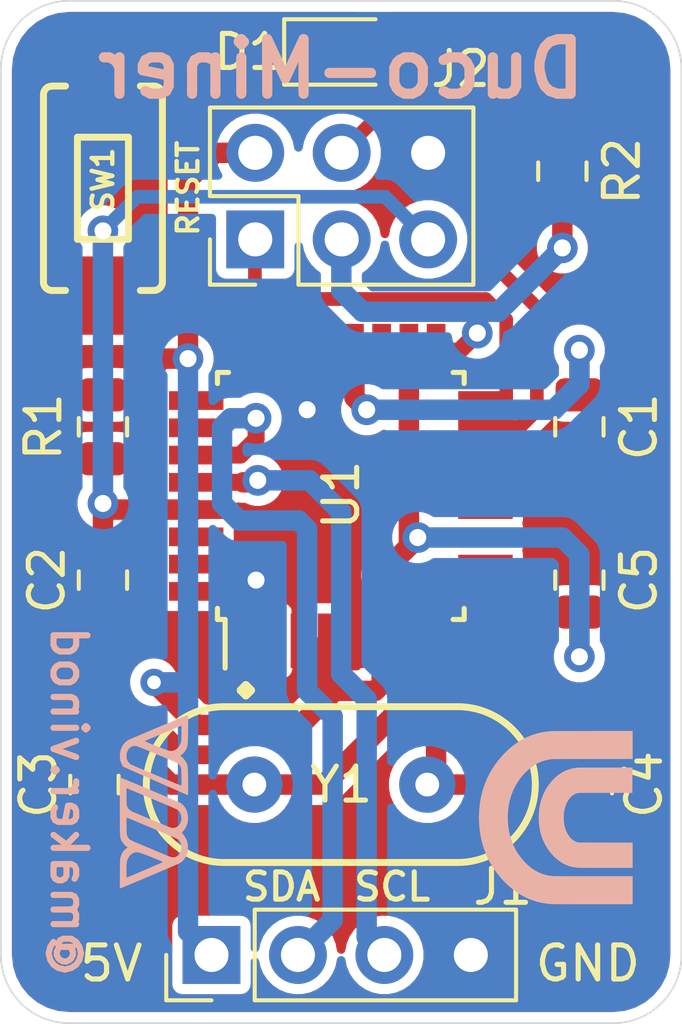
<source format=kicad_pcb>
(kicad_pcb (version 20171130) (host pcbnew "(5.1.9)-1")

  (general
    (thickness 1.6)
    (drawings 15)
    (tracks 138)
    (zones 0)
    (modules 15)
    (nets 30)
  )

  (page A4)
  (layers
    (0 F.Cu signal)
    (31 B.Cu signal)
    (32 B.Adhes user)
    (33 F.Adhes user)
    (34 B.Paste user)
    (35 F.Paste user)
    (36 B.SilkS user)
    (37 F.SilkS user)
    (38 B.Mask user)
    (39 F.Mask user)
    (40 Dwgs.User user)
    (41 Cmts.User user)
    (42 Eco1.User user)
    (43 Eco2.User user)
    (44 Edge.Cuts user)
    (45 Margin user)
    (46 B.CrtYd user)
    (47 F.CrtYd user)
    (48 B.Fab user hide)
    (49 F.Fab user hide)
  )

  (setup
    (last_trace_width 0.6)
    (user_trace_width 0.3)
    (user_trace_width 0.35)
    (user_trace_width 0.4)
    (user_trace_width 0.5)
    (user_trace_width 0.6)
    (user_trace_width 0.8)
    (user_trace_width 1)
    (user_trace_width 1.2)
    (trace_clearance 0.2)
    (zone_clearance 0.3)
    (zone_45_only no)
    (trace_min 0.2)
    (via_size 0.8)
    (via_drill 0.4)
    (via_min_size 0.4)
    (via_min_drill 0.3)
    (user_via 0.9 0.5)
    (uvia_size 0.3)
    (uvia_drill 0.1)
    (uvias_allowed no)
    (uvia_min_size 0.2)
    (uvia_min_drill 0.1)
    (edge_width 0.05)
    (segment_width 0.2)
    (pcb_text_width 0.3)
    (pcb_text_size 1.5 1.5)
    (mod_edge_width 0.12)
    (mod_text_size 1 1)
    (mod_text_width 0.15)
    (pad_size 1.524 1.524)
    (pad_drill 0.762)
    (pad_to_mask_clearance 0)
    (aux_axis_origin 0 0)
    (visible_elements 7FFFFFFF)
    (pcbplotparams
      (layerselection 0x010fc_ffffffff)
      (usegerberextensions false)
      (usegerberattributes false)
      (usegerberadvancedattributes true)
      (creategerberjobfile true)
      (excludeedgelayer true)
      (linewidth 0.100000)
      (plotframeref false)
      (viasonmask false)
      (mode 1)
      (useauxorigin false)
      (hpglpennumber 1)
      (hpglpenspeed 20)
      (hpglpendiameter 15.000000)
      (psnegative false)
      (psa4output false)
      (plotreference true)
      (plotvalue true)
      (plotinvisibletext false)
      (padsonsilk false)
      (subtractmaskfromsilk false)
      (outputformat 1)
      (mirror false)
      (drillshape 0)
      (scaleselection 1)
      (outputdirectory ""))
  )

  (net 0 "")
  (net 1 "Net-(C1-Pad2)")
  (net 2 GND)
  (net 3 RESET)
  (net 4 XTAL1)
  (net 5 XTAL2)
  (net 6 +5V)
  (net 7 "Net-(D1-Pad2)")
  (net 8 SCL)
  (net 9 SDA)
  (net 10 MOSI)
  (net 11 LED)
  (net 12 MISO)
  (net 13 "Net-(U1-Pad32)")
  (net 14 "Net-(U1-Pad31)")
  (net 15 "Net-(U1-Pad30)")
  (net 16 "Net-(U1-Pad26)")
  (net 17 "Net-(U1-Pad25)")
  (net 18 "Net-(U1-Pad24)")
  (net 19 "Net-(U1-Pad23)")
  (net 20 "Net-(U1-Pad22)")
  (net 21 "Net-(U1-Pad19)")
  (net 22 "Net-(U1-Pad14)")
  (net 23 "Net-(U1-Pad13)")
  (net 24 "Net-(U1-Pad12)")
  (net 25 "Net-(U1-Pad11)")
  (net 26 "Net-(U1-Pad10)")
  (net 27 "Net-(U1-Pad9)")
  (net 28 "Net-(U1-Pad2)")
  (net 29 "Net-(U1-Pad1)")

  (net_class Default "This is the default net class."
    (clearance 0.2)
    (trace_width 0.25)
    (via_dia 0.8)
    (via_drill 0.4)
    (uvia_dia 0.3)
    (uvia_drill 0.1)
    (add_net +5V)
    (add_net GND)
    (add_net LED)
    (add_net MISO)
    (add_net MOSI)
    (add_net "Net-(C1-Pad2)")
    (add_net "Net-(D1-Pad2)")
    (add_net "Net-(U1-Pad1)")
    (add_net "Net-(U1-Pad10)")
    (add_net "Net-(U1-Pad11)")
    (add_net "Net-(U1-Pad12)")
    (add_net "Net-(U1-Pad13)")
    (add_net "Net-(U1-Pad14)")
    (add_net "Net-(U1-Pad19)")
    (add_net "Net-(U1-Pad2)")
    (add_net "Net-(U1-Pad22)")
    (add_net "Net-(U1-Pad23)")
    (add_net "Net-(U1-Pad24)")
    (add_net "Net-(U1-Pad25)")
    (add_net "Net-(U1-Pad26)")
    (add_net "Net-(U1-Pad30)")
    (add_net "Net-(U1-Pad31)")
    (add_net "Net-(U1-Pad32)")
    (add_net "Net-(U1-Pad9)")
    (add_net RESET)
    (add_net SCL)
    (add_net SDA)
    (add_net XTAL1)
    (add_net XTAL2)
  )

  (module LOGO:MV_LOGO (layer B.Cu) (tedit 0) (tstamp 6211758F)
    (at 74.5 43.5 90)
    (fp_text reference G*** (at 0 0 90) (layer B.SilkS) hide
      (effects (font (size 1.524 1.524) (thickness 0.3)) (justify mirror))
    )
    (fp_text value LOGO (at 0.75 0 90) (layer B.SilkS) hide
      (effects (font (size 1.524 1.524) (thickness 0.3)) (justify mirror))
    )
    (fp_poly (pts (xy -0.34843 0.981232) (xy -0.256883 0.951572) (xy -0.207566 0.928389) (xy -0.164786 0.901086)
      (xy -0.120878 0.864973) (xy -0.080305 0.824384) (xy -0.047532 0.783652) (xy -0.031817 0.757767)
      (xy -0.024061 0.741108) (xy -0.010582 0.710675) (xy 0.00811 0.667684) (xy 0.031503 0.613352)
      (xy 0.059085 0.548899) (xy 0.090345 0.475541) (xy 0.124771 0.394496) (xy 0.161852 0.306982)
      (xy 0.201075 0.214216) (xy 0.24193 0.117417) (xy 0.283905 0.017802) (xy 0.326489 -0.083411)
      (xy 0.369169 -0.185004) (xy 0.411435 -0.28576) (xy 0.452774 -0.384461) (xy 0.492676 -0.479889)
      (xy 0.530629 -0.570826) (xy 0.56612 -0.656055) (xy 0.59864 -0.734358) (xy 0.627675 -0.804517)
      (xy 0.652715 -0.865315) (xy 0.673248 -0.915533) (xy 0.688763 -0.953955) (xy 0.698747 -0.979361)
      (xy 0.70269 -0.990536) (xy 0.702733 -0.990852) (xy 0.694328 -0.992307) (xy 0.669357 -0.993628)
      (xy 0.628188 -0.994811) (xy 0.571189 -0.995852) (xy 0.498727 -0.996747) (xy 0.411168 -0.997493)
      (xy 0.308882 -0.998087) (xy 0.192234 -0.998525) (xy 0.061593 -0.998803) (xy -0.082675 -0.998919)
      (xy -0.137584 -0.99892) (xy -0.281035 -0.998894) (xy -0.408603 -0.998832) (xy -0.521335 -0.998683)
      (xy -0.620282 -0.998392) (xy -0.706492 -0.997906) (xy -0.781016 -0.997173) (xy -0.844901 -0.996137)
      (xy -0.899197 -0.994748) (xy -0.944954 -0.99295) (xy -0.983221 -0.990692) (xy -1.015046 -0.987919)
      (xy -1.04148 -0.984578) (xy -1.063571 -0.980617) (xy -1.082369 -0.975981) (xy -1.098922 -0.970618)
      (xy -1.11428 -0.964474) (xy -1.129493 -0.957496) (xy -1.145609 -0.94963) (xy -1.149894 -0.947523)
      (xy -1.187355 -0.925266) (xy -1.228584 -0.894604) (xy -1.268972 -0.859556) (xy -1.303909 -0.824141)
      (xy -1.328786 -0.792379) (xy -1.329921 -0.790576) (xy -1.347938 -0.761424) (xy -1.372224 -0.79972)
      (xy -1.420932 -0.861828) (xy -1.481102 -0.912218) (xy -1.553416 -0.951368) (xy -1.622853 -0.975587)
      (xy -1.638462 -0.979766) (xy -1.653857 -0.983281) (xy -1.670641 -0.986202) (xy -1.690419 -0.988598)
      (xy -1.714797 -0.990541) (xy -1.745379 -0.992099) (xy -1.783769 -0.993344) (xy -1.831574 -0.994344)
      (xy -1.890398 -0.995171) (xy -1.961845 -0.995893) (xy -2.04752 -0.996581) (xy -2.11528 -0.99707)
      (xy -2.541459 -1.000069) (xy -2.535667 -0.980518) (xy -2.529869 -0.964304) (xy -2.518013 -0.933996)
      (xy -2.500629 -0.890847) (xy -2.478247 -0.836108) (xy -2.463498 -0.800359) (xy -2.232238 -0.800359)
      (xy -2.225923 -0.804488) (xy -2.205192 -0.80788) (xy -2.172548 -0.810534) (xy -2.130493 -0.812453)
      (xy -2.081529 -0.813636) (xy -2.028158 -0.814086) (xy -1.972881 -0.813803) (xy -1.918202 -0.812787)
      (xy -1.866621 -0.811041) (xy -1.820641 -0.808565) (xy -1.782764 -0.80536) (xy -1.755492 -0.801427)
      (xy -1.750004 -0.800171) (xy -1.675137 -0.773216) (xy -1.609411 -0.734383) (xy -1.554774 -0.685154)
      (xy -1.513178 -0.627009) (xy -1.507221 -0.6157) (xy -1.491661 -0.579444) (xy -1.48291 -0.544236)
      (xy -1.481126 -0.506875) (xy -1.486463 -0.464159) (xy -1.499081 -0.412886) (xy -1.519135 -0.349856)
      (xy -1.52043 -0.346061) (xy -1.535975 -0.302147) (xy -1.555123 -0.250438) (xy -1.577067 -0.1929)
      (xy -1.601004 -0.131497) (xy -1.626128 -0.068192) (xy -1.651634 -0.004952) (xy -1.676717 0.056261)
      (xy -1.700571 0.113481) (xy -1.722393 0.164743) (xy -1.741376 0.208084) (xy -1.756715 0.241539)
      (xy -1.767606 0.263143) (xy -1.773244 0.270932) (xy -1.773283 0.270933) (xy -1.777608 0.263382)
      (xy -1.787846 0.241743) (xy -1.803345 0.207537) (xy -1.823452 0.162287) (xy -1.847516 0.107512)
      (xy -1.874885 0.044735) (xy -1.904907 -0.024523) (xy -1.936931 -0.09874) (xy -1.970305 -0.176396)
      (xy -2.004377 -0.255968) (xy -2.038495 -0.335936) (xy -2.072008 -0.414778) (xy -2.104263 -0.490973)
      (xy -2.134609 -0.562999) (xy -2.162394 -0.629334) (xy -2.186967 -0.688459) (xy -2.207675 -0.73885)
      (xy -2.223866 -0.778987) (xy -2.232238 -0.800359) (xy -2.463498 -0.800359) (xy -2.451397 -0.771032)
      (xy -2.420611 -0.69687) (xy -2.386417 -0.614874) (xy -2.349346 -0.526297) (xy -2.309929 -0.432391)
      (xy -2.268695 -0.334408) (xy -2.226175 -0.2336) (xy -2.182899 -0.131218) (xy -2.139396 -0.028516)
      (xy -2.096199 0.073256) (xy -2.053835 0.172844) (xy -2.012836 0.268997) (xy -1.973733 0.360463)
      (xy -1.937054 0.44599) (xy -1.90333 0.524325) (xy -1.886584 0.563033) (xy -1.637489 0.563033)
      (xy -1.637078 0.542851) (xy -1.635351 0.52419) (xy -1.631496 0.50447) (xy -1.624702 0.481107)
      (xy -1.614155 0.451521) (xy -1.599045 0.41313) (xy -1.57856 0.36335) (xy -1.562942 0.325966)
      (xy -1.543956 0.280628) (xy -1.519509 0.222227) (xy -1.490673 0.153323) (xy -1.458519 0.076476)
      (xy -1.424118 -0.005753) (xy -1.388542 -0.090804) (xy -1.352861 -0.176117) (xy -1.327373 -0.237067)
      (xy -1.287386 -0.332617) (xy -1.253297 -0.413831) (xy -1.224517 -0.482013) (xy -1.200452 -0.538466)
      (xy -1.180513 -0.584494) (xy -1.164108 -0.621402) (xy -1.150646 -0.650494) (xy -1.139536 -0.673073)
      (xy -1.130187 -0.690443) (xy -1.122007 -0.703908) (xy -1.114405 -0.714773) (xy -1.10679 -0.724341)
      (xy -1.10607 -0.7252) (xy -1.075158 -0.752691) (xy -1.033517 -0.77727) (xy -0.98735 -0.795803)
      (xy -0.949041 -0.804483) (xy -0.927482 -0.806209) (xy -0.891918 -0.807835) (xy -0.845278 -0.809282)
      (xy -0.790489 -0.810471) (xy -0.730479 -0.811321) (xy -0.683684 -0.81169) (xy -0.616035 -0.811908)
      (xy -0.563532 -0.811729) (xy -0.524392 -0.811065) (xy -0.496832 -0.809827) (xy -0.479066 -0.807926)
      (xy -0.469312 -0.805272) (xy -0.465785 -0.801777) (xy -0.465667 -0.800811) (xy -0.468073 -0.792749)
      (xy -0.475384 -0.773257) (xy -0.487739 -0.742001) (xy -0.505277 -0.698645) (xy -0.528137 -0.642855)
      (xy -0.556457 -0.574297) (xy -0.590378 -0.492638) (xy -0.630038 -0.397541) (xy -0.675575 -0.288674)
      (xy -0.72713 -0.165701) (xy -0.784841 -0.028289) (xy -0.848846 0.123898) (xy -0.919286 0.291193)
      (xy -0.950347 0.364912) (xy -0.979854 0.434313) (xy -1.008214 0.49985) (xy -1.034572 0.559632)
      (xy -1.035636 0.561994) (xy -0.778934 0.561994) (xy -0.778505 0.546809) (xy -0.776793 0.531292)
      (xy -0.773158 0.513603) (xy -0.766962 0.491901) (xy -0.757563 0.464345) (xy -0.744324 0.429093)
      (xy -0.726605 0.384307) (xy -0.703766 0.328143) (xy -0.675169 0.258762) (xy -0.665569 0.235573)
      (xy -0.607521 0.095977) (xy -0.544688 -0.054075) (xy -0.476564 -0.215786) (xy -0.402642 -0.390359)
      (xy -0.322416 -0.578995) (xy -0.308513 -0.611612) (xy -0.275651 -0.677579) (xy -0.239093 -0.728452)
      (xy -0.197114 -0.765958) (xy -0.14799 -0.791822) (xy -0.118952 -0.801269) (xy -0.101395 -0.803903)
      (xy -0.070999 -0.806232) (xy -0.030257 -0.808234) (xy 0.01834 -0.809888) (xy 0.072298 -0.811172)
      (xy 0.129126 -0.812065) (xy 0.18633 -0.812545) (xy 0.24142 -0.812591) (xy 0.291901 -0.812181)
      (xy 0.335283 -0.811295) (xy 0.369072 -0.80991) (xy 0.390777 -0.808005) (xy 0.397933 -0.805717)
      (xy 0.394709 -0.796767) (xy 0.38529 -0.773129) (xy 0.370059 -0.735717) (xy 0.349397 -0.685447)
      (xy 0.323685 -0.623236) (xy 0.293306 -0.549998) (xy 0.258639 -0.466649) (xy 0.220068 -0.374106)
      (xy 0.177973 -0.273283) (xy 0.132737 -0.165096) (xy 0.08474 -0.050461) (xy 0.034364 0.069706)
      (xy -0.018009 0.194491) (xy -0.071999 0.322976) (xy -0.112337 0.418878) (xy -0.13887 0.481069)
      (xy -0.164562 0.539677) (xy -0.188378 0.592463) (xy -0.209285 0.637191) (xy -0.226249 0.671624)
      (xy -0.238238 0.693523) (xy -0.241413 0.698278) (xy -0.287408 0.745339) (xy -0.343866 0.780691)
      (xy -0.407961 0.80312) (xy -0.476869 0.811413) (xy -0.503095 0.810651) (xy -0.574025 0.799095)
      (xy -0.636853 0.775748) (xy -0.690073 0.741968) (xy -0.73218 0.699113) (xy -0.761665 0.648541)
      (xy -0.777022 0.59161) (xy -0.778934 0.561994) (xy -1.035636 0.561994) (xy -1.058074 0.611768)
      (xy -1.077865 0.654367) (xy -1.09309 0.685539) (xy -1.102894 0.703393) (xy -1.104301 0.705428)
      (xy -1.148186 0.749627) (xy -1.201844 0.782257) (xy -1.262499 0.803122) (xy -1.327377 0.812024)
      (xy -1.393702 0.808764) (xy -1.458699 0.793145) (xy -1.519592 0.764969) (xy -1.558152 0.737782)
      (xy -1.579305 0.715916) (xy -1.601232 0.686627) (xy -1.612812 0.667644) (xy -1.62705 0.638277)
      (xy -1.634581 0.611593) (xy -1.637313 0.579498) (xy -1.637489 0.563033) (xy -1.886584 0.563033)
      (xy -1.873093 0.594216) (xy -1.84687 0.654412) (xy -1.825194 0.703661) (xy -1.808594 0.74071)
      (xy -1.7976 0.764307) (xy -1.7934 0.77235) (xy -1.757344 0.818872) (xy -1.710037 0.864839)
      (xy -1.656684 0.905714) (xy -1.606587 0.935) (xy -1.542154 0.962922) (xy -1.480624 0.981146)
      (xy -1.415662 0.991089) (xy -1.341967 0.994167) (xy -1.266139 0.990585) (xy -1.197383 0.978571)
      (xy -1.132003 0.956777) (xy -1.066305 0.923859) (xy -0.996594 0.878472) (xy -0.969368 0.858492)
      (xy -0.90871 0.812838) (xy -0.871339 0.847797) (xy -0.797221 0.905905) (xy -0.715252 0.949987)
      (xy -0.627409 0.9798) (xy -0.535672 0.995106) (xy -0.442019 0.995663) (xy -0.34843 0.981232)) (layer B.SilkS) (width 0.01))
    (fp_poly (pts (xy 2.448239 0.99855) (xy 2.478733 0.997929) (xy 2.500696 0.996874) (xy 2.515526 0.995339)
      (xy 2.524625 0.993278) (xy 2.529393 0.990646) (xy 2.531228 0.987397) (xy 2.531533 0.983484)
      (xy 2.531533 0.983232) (xy 2.528317 0.973587) (xy 2.519011 0.949575) (xy 2.50413 0.912421)
      (xy 2.484186 0.863351) (xy 2.459693 0.80359) (xy 2.431165 0.734363) (xy 2.399115 0.656897)
      (xy 2.364056 0.572417) (xy 2.326503 0.482147) (xy 2.286969 0.387315) (xy 2.245967 0.289145)
      (xy 2.204011 0.188862) (xy 2.161614 0.087693) (xy 2.119291 -0.013137) (xy 2.077554 -0.112403)
      (xy 2.036917 -0.20888) (xy 1.997893 -0.301341) (xy 1.960997 -0.388561) (xy 1.926742 -0.469315)
      (xy 1.89564 -0.542377) (xy 1.868207 -0.606521) (xy 1.844955 -0.660523) (xy 1.826398 -0.703157)
      (xy 1.813049 -0.733196) (xy 1.805715 -0.748843) (xy 1.779995 -0.789253) (xy 1.743804 -0.832498)
      (xy 1.701772 -0.873756) (xy 1.658529 -0.908204) (xy 1.642894 -0.918414) (xy 1.567608 -0.956341)
      (xy 1.486797 -0.981313) (xy 1.397297 -0.99421) (xy 1.363133 -0.99604) (xy 1.31277 -0.996887)
      (xy 1.273371 -0.995294) (xy 1.239076 -0.990763) (xy 1.204029 -0.982793) (xy 1.202266 -0.982326)
      (xy 1.161454 -0.9695) (xy 1.118041 -0.952841) (xy 1.085136 -0.937767) (xy 1.031505 -0.910124)
      (xy 0.613119 0.037706) (xy 0.5602 0.15765) (xy 0.509217 0.27332) (xy 0.460586 0.383769)
      (xy 0.41472 0.488051) (xy 0.372035 0.585219) (xy 0.332945 0.674326) (xy 0.297865 0.754425)
      (xy 0.277313 0.801454) (xy 0.465666 0.801454) (xy 0.46886 0.791518) (xy 0.478072 0.767337)
      (xy 0.492747 0.730271) (xy 0.512331 0.681682) (xy 0.536268 0.622929) (xy 0.564004 0.555374)
      (xy 0.594984 0.480376) (xy 0.628653 0.399296) (xy 0.664456 0.313495) (xy 0.67234 0.294654)
      (xy 0.733194 0.14936) (xy 0.787882 0.018899) (xy 0.836747 -0.097529) (xy 0.880132 -0.200722)
      (xy 0.918378 -0.291481) (xy 0.951829 -0.370605) (xy 0.980827 -0.438893) (xy 1.005714 -0.497146)
      (xy 1.026832 -0.546162) (xy 1.044524 -0.586742) (xy 1.059132 -0.619685) (xy 1.071 -0.64579)
      (xy 1.080468 -0.665857) (xy 1.08788 -0.680685) (xy 1.093578 -0.691075) (xy 1.096439 -0.695698)
      (xy 1.132693 -0.737196) (xy 1.182914 -0.772255) (xy 1.225382 -0.792793) (xy 1.251609 -0.802805)
      (xy 1.275459 -0.808661) (xy 1.302688 -0.811157) (xy 1.339053 -0.811084) (xy 1.354666 -0.81061)
      (xy 1.399007 -0.808083) (xy 1.432406 -0.803289) (xy 1.460818 -0.795086) (xy 1.482053 -0.786188)
      (xy 1.538329 -0.753822) (xy 1.581859 -0.71351) (xy 1.613296 -0.667333) (xy 1.627531 -0.638445)
      (xy 1.635084 -0.612342) (xy 1.63785 -0.581032) (xy 1.638038 -0.563034) (xy 1.637848 -0.550095)
      (xy 1.637011 -0.53751) (xy 1.63503 -0.523927) (xy 1.631404 -0.507995) (xy 1.625635 -0.48836)
      (xy 1.617223 -0.463673) (xy 1.605669 -0.432581) (xy 1.590474 -0.393732) (xy 1.571139 -0.345774)
      (xy 1.547164 -0.287357) (xy 1.518051 -0.217128) (xy 1.4833 -0.133735) (xy 1.450435 -0.055034)
      (xy 1.397387 0.071954) (xy 1.350429 0.184278) (xy 1.309108 0.282892) (xy 1.272973 0.368752)
      (xy 1.241569 0.442813) (xy 1.219504 0.494239) (xy 1.482502 0.494239) (xy 1.484639 0.467273)
      (xy 1.490917 0.437467) (xy 1.502273 0.399281) (xy 1.507193 0.384202) (xy 1.523894 0.335449)
      (xy 1.544049 0.279484) (xy 1.566888 0.2182) (xy 1.591641 0.153491) (xy 1.617536 0.08725)
      (xy 1.643801 0.021369) (xy 1.669667 -0.042257) (xy 1.694361 -0.101736) (xy 1.717114 -0.155175)
      (xy 1.737153 -0.20068) (xy 1.753708 -0.236358) (xy 1.766008 -0.260317) (xy 1.773281 -0.270663)
      (xy 1.774016 -0.270934) (xy 1.786545 -0.264242) (xy 1.78883 -0.26035) (xy 1.792739 -0.250928)
      (xy 1.802655 -0.227198) (xy 1.81803 -0.190469) (xy 1.838316 -0.142046) (xy 1.862966 -0.083235)
      (xy 1.891432 -0.015345) (xy 1.923166 0.06032) (xy 1.95762 0.142451) (xy 1.994247 0.229744)
      (xy 2.014102 0.277057) (xy 2.051541 0.366338) (xy 2.086985 0.451008) (xy 2.119899 0.529778)
      (xy 2.149748 0.60136) (xy 2.175996 0.664466) (xy 2.198108 0.717806) (xy 2.215548 0.760093)
      (xy 2.227781 0.790038) (xy 2.234271 0.806352) (xy 2.2352 0.809038) (xy 2.227093 0.810269)
      (xy 2.204207 0.811172) (xy 2.168693 0.811726) (xy 2.122702 0.811915) (xy 2.068386 0.811721)
      (xy 2.007896 0.811124) (xy 2.00025 0.811023) (xy 1.930482 0.810015) (xy 1.875358 0.808969)
      (xy 1.83259 0.8077) (xy 1.799887 0.806022) (xy 1.774962 0.803751) (xy 1.755525 0.800701)
      (xy 1.739287 0.796687) (xy 1.72396 0.791524) (xy 1.7145 0.787896) (xy 1.638337 0.751389)
      (xy 1.577068 0.707657) (xy 1.530893 0.656929) (xy 1.500014 0.599435) (xy 1.48463 0.535404)
      (xy 1.483571 0.523902) (xy 1.482502 0.494239) (xy 1.219504 0.494239) (xy 1.214445 0.506027)
      (xy 1.191147 0.559351) (xy 1.171224 0.603739) (xy 1.154223 0.640145) (xy 1.139691 0.669524)
      (xy 1.127175 0.692831) (xy 1.116223 0.71102) (xy 1.106382 0.725046) (xy 1.0972 0.735863)
      (xy 1.088224 0.744426) (xy 1.079002 0.751689) (xy 1.06908 0.758608) (xy 1.062557 0.763022)
      (xy 1.044471 0.77477) (xy 1.027092 0.784211) (xy 1.008314 0.791633) (xy 0.98603 0.797326)
      (xy 0.958133 0.801582) (xy 0.922518 0.804689) (xy 0.877077 0.806939) (xy 0.819703 0.80862)
      (xy 0.748292 0.810024) (xy 0.717549 0.810537) (xy 0.645125 0.811636) (xy 0.587886 0.812272)
      (xy 0.544092 0.812382) (xy 0.512001 0.811902) (xy 0.489869 0.81077) (xy 0.475956 0.808923)
      (xy 0.468519 0.806299) (xy 0.465816 0.802834) (xy 0.465666 0.801454) (xy 0.277313 0.801454)
      (xy 0.26721 0.82457) (xy 0.241394 0.883814) (xy 0.220832 0.93121) (xy 0.205939 0.965811)
      (xy 0.197129 0.986671) (xy 0.194733 0.992885) (xy 0.202937 0.994319) (xy 0.226499 0.995522)
      (xy 0.263848 0.996476) (xy 0.31341 0.997167) (xy 0.373612 0.997579) (xy 0.44288 0.997694)
      (xy 0.519643 0.997498) (xy 0.599016 0.997001) (xy 0.696921 0.996174) (xy 0.779564 0.995291)
      (xy 0.848621 0.994204) (xy 0.905762 0.992765) (xy 0.952661 0.990826) (xy 0.99099 0.988237)
      (xy 1.022422 0.984852) (xy 1.04863 0.98052) (xy 1.071287 0.975095) (xy 1.092064 0.968427)
      (xy 1.112635 0.960369) (xy 1.134673 0.950771) (xy 1.138236 0.949177) (xy 1.180847 0.925307)
      (xy 1.226999 0.891635) (xy 1.271157 0.85266) (xy 1.307788 0.812878) (xy 1.311019 0.808777)
      (xy 1.347805 0.761217) (xy 1.371073 0.797592) (xy 1.40786 0.844226) (xy 1.455341 0.888599)
      (xy 1.507533 0.925513) (xy 1.53555 0.940505) (xy 1.560108 0.951707) (xy 1.583104 0.961194)
      (xy 1.606177 0.969123) (xy 1.630965 0.975653) (xy 1.659106 0.980941) (xy 1.692238 0.985145)
      (xy 1.732001 0.988424) (xy 1.780031 0.990935) (xy 1.837968 0.992837) (xy 1.90745 0.994287)
      (xy 1.990115 0.995443) (xy 2.0876 0.996464) (xy 2.118783 0.996757) (xy 2.212939 0.997616)
      (xy 2.291562 0.998271) (xy 2.356053 0.998676) (xy 2.407812 0.998784) (xy 2.448239 0.99855)) (layer B.SilkS) (width 0.01))
  )

  (module LOGO:Duco_Logo (layer B.Cu) (tedit 0) (tstamp 62117308)
    (at 86.5 44 180)
    (fp_text reference G*** (at 0 0) (layer B.SilkS) hide
      (effects (font (size 1.524 1.524) (thickness 0.3)) (justify mirror))
    )
    (fp_text value LOGO (at 0.75 0) (layer B.SilkS) hide
      (effects (font (size 1.524 1.524) (thickness 0.3)) (justify mirror))
    )
    (fp_poly (pts (xy -0.875594 2.567385) (xy -0.770537 2.567294) (xy -0.671013 2.567199) (xy -0.576911 2.567099)
      (xy -0.488122 2.566995) (xy -0.404533 2.566884) (xy -0.326035 2.566768) (xy -0.252516 2.566645)
      (xy -0.183865 2.566516) (xy -0.119972 2.56638) (xy -0.060726 2.566236) (xy -0.006015 2.566084)
      (xy 0.04427 2.565924) (xy 0.090241 2.565756) (xy 0.13201 2.565578) (xy 0.169685 2.565391)
      (xy 0.203379 2.565194) (xy 0.233203 2.564987) (xy 0.259267 2.564769) (xy 0.281681 2.564541)
      (xy 0.300558 2.564301) (xy 0.316007 2.564049) (xy 0.32814 2.563785) (xy 0.337067 2.563509)
      (xy 0.3429 2.56322) (xy 0.344311 2.563108) (xy 0.410215 2.556402) (xy 0.471361 2.549033)
      (xy 0.528611 2.540851) (xy 0.582829 2.531708) (xy 0.634878 2.521456) (xy 0.68562 2.509945)
      (xy 0.735918 2.497027) (xy 0.7493 2.493345) (xy 0.815014 2.47395) (xy 0.877559 2.453204)
      (xy 0.938406 2.430535) (xy 0.999024 2.405369) (xy 1.060885 2.377133) (xy 1.111959 2.3521)
      (xy 1.20224 2.303558) (xy 1.291053 2.249649) (xy 1.378263 2.190493) (xy 1.463731 2.126208)
      (xy 1.547321 2.056914) (xy 1.628894 1.982729) (xy 1.708314 1.903773) (xy 1.785443 1.820165)
      (xy 1.860144 1.732024) (xy 1.928927 1.643944) (xy 1.999226 1.54567) (xy 2.064409 1.445015)
      (xy 2.124471 1.341988) (xy 2.179409 1.236597) (xy 2.229222 1.128849) (xy 2.273904 1.018753)
      (xy 2.313455 0.906317) (xy 2.347869 0.791549) (xy 2.377146 0.674457) (xy 2.40128 0.555048)
      (xy 2.42027 0.433332) (xy 2.43401 0.310444) (xy 2.438718 0.249576) (xy 2.442217 0.185263)
      (xy 2.444503 0.118702) (xy 2.445575 0.051092) (xy 2.445428 -0.016372) (xy 2.44406 -0.082491)
      (xy 2.441468 -0.146068) (xy 2.437649 -0.205906) (xy 2.435389 -0.232833) (xy 2.42237 -0.35189)
      (xy 2.405313 -0.467282) (xy 2.384112 -0.579397) (xy 2.358663 -0.68862) (xy 2.328859 -0.795336)
      (xy 2.294595 -0.899933) (xy 2.255765 -1.002795) (xy 2.212264 -1.104308) (xy 2.175862 -1.1811)
      (xy 2.126154 -1.276304) (xy 2.071845 -1.370078) (xy 2.013243 -1.462075) (xy 1.95066 -1.551947)
      (xy 1.884403 -1.639346) (xy 1.814782 -1.723923) (xy 1.742107 -1.805332) (xy 1.666687 -1.883223)
      (xy 1.588831 -1.95725) (xy 1.508848 -2.027063) (xy 1.427049 -2.092316) (xy 1.343742 -2.152659)
      (xy 1.268051 -2.202284) (xy 1.176767 -2.256004) (xy 1.083773 -2.304419) (xy 0.98898 -2.347556)
      (xy 0.892301 -2.385442) (xy 0.793648 -2.418105) (xy 0.692932 -2.445571) (xy 0.590067 -2.467866)
      (xy 0.484964 -2.485019) (xy 0.377535 -2.497055) (xy 0.285045 -2.503249) (xy 0.2766 -2.503509)
      (xy 0.262585 -2.503757) (xy 0.243074 -2.503994) (xy 0.21814 -2.504219) (xy 0.187859 -2.504433)
      (xy 0.152304 -2.504635) (xy 0.111549 -2.504824) (xy 0.065669 -2.505002) (xy 0.014737 -2.505167)
      (xy -0.041173 -2.50532) (xy -0.101986 -2.505459) (xy -0.167628 -2.505586) (xy -0.238025 -2.5057)
      (xy -0.313103 -2.5058) (xy -0.392788 -2.505888) (xy -0.477006 -2.505961) (xy -0.565682 -2.50602)
      (xy -0.658743 -2.506066) (xy -0.756114 -2.506097) (xy -0.857722 -2.506114) (xy -0.917928 -2.506118)
      (xy -2.060222 -2.506133) (xy -2.060222 -1.693333) (xy -0.910872 -1.693327) (xy -0.805624 -1.693319)
      (xy -0.704871 -1.693297) (xy -0.60867 -1.693261) (xy -0.517082 -1.693212) (xy -0.430163 -1.693149)
      (xy -0.347974 -1.693072) (xy -0.270572 -1.692982) (xy -0.198017 -1.692879) (xy -0.130366 -1.692762)
      (xy -0.067679 -1.692633) (xy -0.010014 -1.692491) (xy 0.042571 -1.692336) (xy 0.090016 -1.692169)
      (xy 0.132263 -1.691989) (xy 0.169254 -1.691797) (xy 0.200929 -1.691593) (xy 0.227231 -1.691377)
      (xy 0.2481 -1.69115) (xy 0.263479 -1.69091) (xy 0.273307 -1.690659) (xy 0.276578 -1.690498)
      (xy 0.359108 -1.68164) (xy 0.43988 -1.667419) (xy 0.51889 -1.647839) (xy 0.596131 -1.622903)
      (xy 0.671598 -1.592615) (xy 0.745286 -1.556976) (xy 0.81719 -1.515992) (xy 0.887304 -1.469664)
      (xy 0.955622 -1.417997) (xy 1.02214 -1.360992) (xy 1.086851 -1.298655) (xy 1.149752 -1.230986)
      (xy 1.210835 -1.157991) (xy 1.245314 -1.113367) (xy 1.303219 -1.031606) (xy 1.356132 -0.947216)
      (xy 1.404038 -0.860231) (xy 1.446923 -0.770686) (xy 1.48477 -0.678614) (xy 1.517566 -0.584051)
      (xy 1.545294 -0.487031) (xy 1.567939 -0.387589) (xy 1.570398 -0.375059) (xy 1.586529 -0.278487)
      (xy 1.598166 -0.179878) (xy 1.605325 -0.079908) (xy 1.608023 0.020747) (xy 1.606277 0.121411)
      (xy 1.600103 0.221409) (xy 1.589518 0.320065) (xy 1.574539 0.416703) (xy 1.555181 0.510646)
      (xy 1.547957 0.540455) (xy 1.52064 0.637573) (xy 1.488128 0.732519) (xy 1.450485 0.825166)
      (xy 1.407776 0.91539) (xy 1.360067 1.003065) (xy 1.307421 1.088066) (xy 1.249904 1.170267)
      (xy 1.187581 1.249543) (xy 1.172008 1.268011) (xy 1.109932 1.337006) (xy 1.046016 1.400873)
      (xy 0.980334 1.459557) (xy 0.912955 1.513001) (xy 0.843952 1.561147) (xy 0.773396 1.603938)
      (xy 0.707163 1.638533) (xy 0.650835 1.664087) (xy 0.594599 1.686154) (xy 0.53745 1.705023)
      (xy 0.478384 1.720985) (xy 0.416399 1.734328) (xy 0.350489 1.745343) (xy 0.324556 1.748933)
      (xy 0.321184 1.749347) (xy 0.317454 1.749738) (xy 0.313199 1.750107) (xy 0.308257 1.750455)
      (xy 0.302461 1.750781) (xy 0.295648 1.751088) (xy 0.287654 1.751376) (xy 0.278313 1.751645)
      (xy 0.267461 1.751897) (xy 0.254934 1.752132) (xy 0.240568 1.752351) (xy 0.224197 1.752554)
      (xy 0.205657 1.752744) (xy 0.184784 1.752919) (xy 0.161414 1.753082) (xy 0.135381 1.753233)
      (xy 0.106522 1.753372) (xy 0.074672 1.753501) (xy 0.039665 1.75362) (xy 0.001339 1.753731)
      (xy -0.040472 1.753833) (xy -0.085932 1.753927) (xy -0.135205 1.754016) (xy -0.188457 1.754098)
      (xy -0.245851 1.754175) (xy -0.307552 1.754249) (xy -0.373725 1.754318) (xy -0.444534 1.754385)
      (xy -0.520143 1.754451) (xy -0.600718 1.754515) (xy -0.686422 1.754579) (xy -0.77742 1.754643)
      (xy -0.873876 1.754709) (xy -0.886883 1.754717) (xy -2.060222 1.755501) (xy -2.060222 2.568357)
      (xy -0.875594 2.567385)) (layer B.SilkS) (width 0.01))
    (fp_poly (pts (xy -1.279172 1.495734) (xy -1.197578 1.495719) (xy -1.119549 1.495683) (xy -1.045212 1.495628)
      (xy -0.974694 1.495553) (xy -0.908122 1.495458) (xy -0.845623 1.495345) (xy -0.787325 1.495214)
      (xy -0.733355 1.495065) (xy -0.683841 1.494899) (xy -0.638908 1.494715) (xy -0.598685 1.494516)
      (xy -0.563298 1.4943) (xy -0.532876 1.494068) (xy -0.507544 1.493822) (xy -0.487431 1.49356)
      (xy -0.472664 1.493285) (xy -0.463369 1.492995) (xy -0.461433 1.492891) (xy -0.382807 1.485058)
      (xy -0.306383 1.472092) (xy -0.232122 1.453973) (xy -0.159985 1.43068) (xy -0.089933 1.402191)
      (xy -0.021927 1.368488) (xy 0.044072 1.329548) (xy 0.108103 1.285352) (xy 0.170204 1.235878)
      (xy 0.230414 1.181105) (xy 0.288773 1.121014) (xy 0.332775 1.070745) (xy 0.389244 0.998965)
      (xy 0.441198 0.923888) (xy 0.488501 0.845774) (xy 0.53102 0.764884) (xy 0.56862 0.68148)
      (xy 0.601165 0.595822) (xy 0.628522 0.508173) (xy 0.634896 0.484604) (xy 0.655184 0.396868)
      (xy 0.670929 0.306381) (xy 0.682105 0.213778) (xy 0.688686 0.119692) (xy 0.690646 0.024758)
      (xy 0.687959 -0.07039) (xy 0.680599 -0.16512) (xy 0.668541 -0.258796) (xy 0.665924 -0.275167)
      (xy 0.647868 -0.368267) (xy 0.624763 -0.458851) (xy 0.596588 -0.546964) (xy 0.563323 -0.632652)
      (xy 0.524947 -0.715961) (xy 0.481442 -0.796936) (xy 0.432785 -0.875622) (xy 0.378959 -0.952066)
      (xy 0.350316 -0.989189) (xy 0.317546 -1.029194) (xy 0.285429 -1.065715) (xy 0.25239 -1.100455)
      (xy 0.216855 -1.135119) (xy 0.206022 -1.145247) (xy 0.14515 -1.198185) (xy 0.082478 -1.245781)
      (xy 0.017937 -1.288063) (xy -0.04854 -1.325062) (xy -0.117021 -1.356807) (xy -0.187574 -1.383327)
      (xy -0.260268 -1.404651) (xy -0.335169 -1.42081) (xy -0.412346 -1.431832) (xy -0.465667 -1.436377)
      (xy -0.473973 -1.436713) (xy -0.487868 -1.43703) (xy -0.507298 -1.437327) (xy -0.532208 -1.437604)
      (xy -0.562544 -1.437861) (xy -0.598249 -1.438098) (xy -0.63927 -1.438315) (xy -0.685551 -1.438511)
      (xy -0.737039 -1.438687) (xy -0.793677 -1.438841) (xy -0.855411 -1.438974) (xy -0.922186 -1.439086)
      (xy -0.993948 -1.439177) (xy -1.070641 -1.439245) (xy -1.152211 -1.439292) (xy -1.238602 -1.439316)
      (xy -1.286228 -1.43932) (xy -2.060222 -1.439333) (xy -2.060222 -0.705634) (xy -1.269294 -0.704841)
      (xy -0.478367 -0.704048) (xy -0.448733 -0.696611) (xy -0.406125 -0.683812) (xy -0.366984 -0.667479)
      (xy -0.330368 -0.647088) (xy -0.295333 -0.622113) (xy -0.260938 -0.592029) (xy -0.260808 -0.591905)
      (xy -0.228872 -0.558898) (xy -0.199623 -0.523252) (xy -0.172497 -0.484174) (xy -0.146934 -0.440871)
      (xy -0.128373 -0.404989) (xy -0.108975 -0.363102) (xy -0.092437 -0.322036) (xy -0.078417 -0.280621)
      (xy -0.066573 -0.237688) (xy -0.056563 -0.192068) (xy -0.048046 -0.142593) (xy -0.044577 -0.118533)
      (xy -0.042855 -0.10537) (xy -0.04147 -0.093199) (xy -0.040387 -0.081176) (xy -0.03957 -0.06846)
      (xy -0.038983 -0.054207) (xy -0.038591 -0.037574) (xy -0.038357 -0.017717) (xy -0.038245 0.006205)
      (xy -0.03822 0.031044) (xy -0.038254 0.059201) (xy -0.038379 0.082556) (xy -0.038631 0.101953)
      (xy -0.039047 0.118234) (xy -0.039661 0.132244) (xy -0.04051 0.144824) (xy -0.04163 0.156819)
      (xy -0.043056 0.16907) (xy -0.044577 0.180622) (xy -0.052808 0.233695) (xy -0.06252 0.282358)
      (xy -0.074039 0.327728) (xy -0.087689 0.370919) (xy -0.103795 0.413047) (xy -0.12268 0.455228)
      (xy -0.127058 0.464255) (xy -0.154912 0.516136) (xy -0.185152 0.563296) (xy -0.217678 0.605651)
      (xy -0.252392 0.643117) (xy -0.289193 0.675611) (xy -0.327982 0.703048) (xy -0.36866 0.725345)
      (xy -0.411128 0.742417) (xy -0.455286 0.754181) (xy -0.47459 0.75756) (xy -0.478068 0.758013)
      (xy -0.48232 0.758434) (xy -0.487547 0.758825) (xy -0.49395 0.759187) (xy -0.501727 0.759521)
      (xy -0.511081 0.759828) (xy -0.52221 0.760109) (xy -0.535317 0.760365) (xy -0.5506 0.760597)
      (xy -0.56826 0.760807) (xy -0.588498 0.760996) (xy -0.611514 0.761164) (xy -0.637508 0.761313)
      (xy -0.666681 0.761443) (xy -0.699233 0.761557) (xy -0.735365 0.761655) (xy -0.775276 0.761738)
      (xy -0.819167 0.761807) (xy -0.867239 0.761863) (xy -0.919692 0.761908) (xy -0.976725 0.761943)
      (xy -1.03854 0.761968) (xy -1.105338 0.761986) (xy -1.177317 0.761996) (xy -1.254679 0.762)
      (xy -2.054578 0.762) (xy -2.054578 1.495778) (xy -1.279172 1.495734)) (layer B.SilkS) (width 0.01))
  )

  (module Clocks:HC49US (layer F.Cu) (tedit 200000) (tstamp 6210A869)
    (at 79.99 43)
    (descr "HC49/US 11.6X4.6MM PTH CRYSTAL")
    (tags "HC49/US 11.6X4.6MM PTH CRYSTAL")
    (path /621021E0)
    (attr virtual)
    (fp_text reference Y1 (at 0.01 0) (layer F.SilkS)
      (effects (font (size 1 1) (thickness 0.15)))
    )
    (fp_text value 16MHz (at 0.01 1.5) (layer F.SilkS) hide
      (effects (font (size 0.6096 0.6096) (thickness 0.127)))
    )
    (fp_line (start 3.429 -2.286) (end -3.429 -2.286) (layer F.SilkS) (width 0.2032))
    (fp_line (start -3.429 2.286) (end 3.429 2.286) (layer F.SilkS) (width 0.2032))
    (fp_arc (start -3.429 0) (end -3.429 2.286) (angle 180) (layer F.SilkS) (width 0.2032))
    (fp_arc (start 3.429 0) (end 3.429 -2.286) (angle 180) (layer F.SilkS) (width 0.2032))
    (pad 2 thru_hole circle (at 2.54 0) (size 1.651 1.651) (drill 0.6985) (layers *.Cu *.Mask)
      (net 5 XTAL2) (solder_mask_margin 0.1016))
    (pad 1 thru_hole circle (at -2.54 0) (size 1.651 1.651) (drill 0.6985) (layers *.Cu *.Mask)
      (net 4 XTAL1) (solder_mask_margin 0.1016))
    (model "${KIPRJMOD}/3D/ECS-160-20-4DN v2_.step"
      (at (xyz 0 0 0))
      (scale (xyz 1 1 1))
      (rotate (xyz -90 0 0))
    )
  )

  (module Package_QFP:TQFP-32_7x7mm_P0.8mm (layer F.Cu) (tedit 5A02F146) (tstamp 62109617)
    (at 79.99 34.53 90)
    (descr "32-Lead Plastic Thin Quad Flatpack (PT) - 7x7x1.0 mm Body, 2.00 mm [TQFP] (see Microchip Packaging Specification 00000049BS.pdf)")
    (tags "QFP 0.8")
    (path /62101601)
    (attr smd)
    (fp_text reference U1 (at 0.03 0.01 90) (layer F.SilkS)
      (effects (font (size 1 1) (thickness 0.15)))
    )
    (fp_text value ATmega328P-AU (at 0 6.05 90) (layer F.Fab)
      (effects (font (size 1 1) (thickness 0.15)))
    )
    (fp_line (start -3.625 -3.4) (end -5.05 -3.4) (layer F.SilkS) (width 0.15))
    (fp_line (start 3.625 -3.625) (end 3.3 -3.625) (layer F.SilkS) (width 0.15))
    (fp_line (start 3.625 3.625) (end 3.3 3.625) (layer F.SilkS) (width 0.15))
    (fp_line (start -3.625 3.625) (end -3.3 3.625) (layer F.SilkS) (width 0.15))
    (fp_line (start -3.625 -3.625) (end -3.3 -3.625) (layer F.SilkS) (width 0.15))
    (fp_line (start -3.625 3.625) (end -3.625 3.3) (layer F.SilkS) (width 0.15))
    (fp_line (start 3.625 3.625) (end 3.625 3.3) (layer F.SilkS) (width 0.15))
    (fp_line (start 3.625 -3.625) (end 3.625 -3.3) (layer F.SilkS) (width 0.15))
    (fp_line (start -3.625 -3.625) (end -3.625 -3.4) (layer F.SilkS) (width 0.15))
    (fp_line (start -5.3 5.3) (end 5.3 5.3) (layer F.CrtYd) (width 0.05))
    (fp_line (start -5.3 -5.3) (end 5.3 -5.3) (layer F.CrtYd) (width 0.05))
    (fp_line (start 5.3 -5.3) (end 5.3 5.3) (layer F.CrtYd) (width 0.05))
    (fp_line (start -5.3 -5.3) (end -5.3 5.3) (layer F.CrtYd) (width 0.05))
    (fp_line (start -3.5 -2.5) (end -2.5 -3.5) (layer F.Fab) (width 0.15))
    (fp_line (start -3.5 3.5) (end -3.5 -2.5) (layer F.Fab) (width 0.15))
    (fp_line (start 3.5 3.5) (end -3.5 3.5) (layer F.Fab) (width 0.15))
    (fp_line (start 3.5 -3.5) (end 3.5 3.5) (layer F.Fab) (width 0.15))
    (fp_line (start -2.5 -3.5) (end 3.5 -3.5) (layer F.Fab) (width 0.15))
    (fp_text user %R (at 0 0 90) (layer F.Fab)
      (effects (font (size 1 1) (thickness 0.15)))
    )
    (pad 32 smd rect (at -2.8 -4.25 180) (size 1.6 0.55) (layers F.Cu F.Paste F.Mask)
      (net 13 "Net-(U1-Pad32)"))
    (pad 31 smd rect (at -2 -4.25 180) (size 1.6 0.55) (layers F.Cu F.Paste F.Mask)
      (net 14 "Net-(U1-Pad31)"))
    (pad 30 smd rect (at -1.2 -4.25 180) (size 1.6 0.55) (layers F.Cu F.Paste F.Mask)
      (net 15 "Net-(U1-Pad30)"))
    (pad 29 smd rect (at -0.4 -4.25 180) (size 1.6 0.55) (layers F.Cu F.Paste F.Mask)
      (net 3 RESET))
    (pad 28 smd rect (at 0.4 -4.25 180) (size 1.6 0.55) (layers F.Cu F.Paste F.Mask)
      (net 8 SCL))
    (pad 27 smd rect (at 1.2 -4.25 180) (size 1.6 0.55) (layers F.Cu F.Paste F.Mask)
      (net 9 SDA))
    (pad 26 smd rect (at 2 -4.25 180) (size 1.6 0.55) (layers F.Cu F.Paste F.Mask)
      (net 16 "Net-(U1-Pad26)"))
    (pad 25 smd rect (at 2.8 -4.25 180) (size 1.6 0.55) (layers F.Cu F.Paste F.Mask)
      (net 17 "Net-(U1-Pad25)"))
    (pad 24 smd rect (at 4.25 -2.8 90) (size 1.6 0.55) (layers F.Cu F.Paste F.Mask)
      (net 18 "Net-(U1-Pad24)"))
    (pad 23 smd rect (at 4.25 -2 90) (size 1.6 0.55) (layers F.Cu F.Paste F.Mask)
      (net 19 "Net-(U1-Pad23)"))
    (pad 22 smd rect (at 4.25 -1.2 90) (size 1.6 0.55) (layers F.Cu F.Paste F.Mask)
      (net 20 "Net-(U1-Pad22)"))
    (pad 21 smd rect (at 4.25 -0.4 90) (size 1.6 0.55) (layers F.Cu F.Paste F.Mask)
      (net 2 GND))
    (pad 20 smd rect (at 4.25 0.4 90) (size 1.6 0.55) (layers F.Cu F.Paste F.Mask)
      (net 1 "Net-(C1-Pad2)"))
    (pad 19 smd rect (at 4.25 1.2 90) (size 1.6 0.55) (layers F.Cu F.Paste F.Mask)
      (net 21 "Net-(U1-Pad19)"))
    (pad 18 smd rect (at 4.25 2 90) (size 1.6 0.55) (layers F.Cu F.Paste F.Mask)
      (net 6 +5V))
    (pad 17 smd rect (at 4.25 2.8 90) (size 1.6 0.55) (layers F.Cu F.Paste F.Mask)
      (net 11 LED))
    (pad 16 smd rect (at 2.8 4.25 180) (size 1.6 0.55) (layers F.Cu F.Paste F.Mask)
      (net 12 MISO))
    (pad 15 smd rect (at 2 4.25 180) (size 1.6 0.55) (layers F.Cu F.Paste F.Mask)
      (net 10 MOSI))
    (pad 14 smd rect (at 1.2 4.25 180) (size 1.6 0.55) (layers F.Cu F.Paste F.Mask)
      (net 22 "Net-(U1-Pad14)"))
    (pad 13 smd rect (at 0.4 4.25 180) (size 1.6 0.55) (layers F.Cu F.Paste F.Mask)
      (net 23 "Net-(U1-Pad13)"))
    (pad 12 smd rect (at -0.4 4.25 180) (size 1.6 0.55) (layers F.Cu F.Paste F.Mask)
      (net 24 "Net-(U1-Pad12)"))
    (pad 11 smd rect (at -1.2 4.25 180) (size 1.6 0.55) (layers F.Cu F.Paste F.Mask)
      (net 25 "Net-(U1-Pad11)"))
    (pad 10 smd rect (at -2 4.25 180) (size 1.6 0.55) (layers F.Cu F.Paste F.Mask)
      (net 26 "Net-(U1-Pad10)"))
    (pad 9 smd rect (at -2.8 4.25 180) (size 1.6 0.55) (layers F.Cu F.Paste F.Mask)
      (net 27 "Net-(U1-Pad9)"))
    (pad 8 smd rect (at -4.25 2.8 90) (size 1.6 0.55) (layers F.Cu F.Paste F.Mask)
      (net 5 XTAL2))
    (pad 7 smd rect (at -4.25 2 90) (size 1.6 0.55) (layers F.Cu F.Paste F.Mask)
      (net 4 XTAL1))
    (pad 6 smd rect (at -4.25 1.2 90) (size 1.6 0.55) (layers F.Cu F.Paste F.Mask)
      (net 6 +5V))
    (pad 5 smd rect (at -4.25 0.4 90) (size 1.6 0.55) (layers F.Cu F.Paste F.Mask)
      (net 2 GND))
    (pad 4 smd rect (at -4.25 -0.4 90) (size 1.6 0.55) (layers F.Cu F.Paste F.Mask)
      (net 6 +5V))
    (pad 3 smd rect (at -4.25 -1.2 90) (size 1.6 0.55) (layers F.Cu F.Paste F.Mask)
      (net 2 GND))
    (pad 2 smd rect (at -4.25 -2 90) (size 1.6 0.55) (layers F.Cu F.Paste F.Mask)
      (net 28 "Net-(U1-Pad2)"))
    (pad 1 smd rect (at -4.25 -2.8 90) (size 1.6 0.55) (layers F.Cu F.Paste F.Mask)
      (net 29 "Net-(U1-Pad1)"))
    (model ${KISYS3DMOD}/Package_QFP.3dshapes/TQFP-32_7x7mm_P0.8mm.wrl
      (at (xyz 0 0 0))
      (scale (xyz 1 1 1))
      (rotate (xyz 0 0 0))
    )
  )

  (module Switches:TACTILE_SWITCH_SMD_6.0X3.5MM (layer F.Cu) (tedit 200000) (tstamp 621095E0)
    (at 73 25.5 90)
    (descr "MOMENTARY SWITCH (PUSHBUTTON) - SPST - SMD, 6.0 X 3.5 MM")
    (tags "MOMENTARY SWITCH (PUSHBUTTON) - SPST - SMD, 6.0 X 3.5 MM")
    (path /62110895)
    (attr smd)
    (fp_text reference SW1 (at 0.25 0 90) (layer F.SilkS)
      (effects (font (size 0.6096 0.6096) (thickness 0.127)))
    )
    (fp_text value RESET (at 0 2.5 90) (layer F.SilkS)
      (effects (font (size 0.6096 0.6096) (thickness 0.127)))
    )
    (fp_line (start 0.29972 0) (end 1.99898 0) (layer Dwgs.User) (width 0.127))
    (fp_line (start -0.99822 0) (end 0.09906 -0.49784) (layer Dwgs.User) (width 0.127))
    (fp_line (start -1.99898 0) (end -0.99822 0) (layer Dwgs.User) (width 0.127))
    (fp_line (start 1.4986 0.7493) (end 1.4986 -0.7493) (layer F.SilkS) (width 0.2032))
    (fp_line (start -1.4986 0.7493) (end -1.4986 -0.7493) (layer F.SilkS) (width 0.2032))
    (fp_line (start 1.4986 0.7493) (end -1.4986 0.7493) (layer F.SilkS) (width 0.2032))
    (fp_line (start -1.4986 -0.7493) (end 1.4986 -0.7493) (layer F.SilkS) (width 0.2032))
    (fp_line (start 2.99974 1.4986) (end 2.99974 1.09982) (layer F.SilkS) (width 0.2032))
    (fp_line (start 2.99974 -1.09982) (end 2.99974 -1.4986) (layer F.SilkS) (width 0.2032))
    (fp_line (start -2.99974 -1.09982) (end -2.99974 -1.4986) (layer F.SilkS) (width 0.2032))
    (fp_line (start -2.99974 1.4986) (end -2.99974 1.09982) (layer F.SilkS) (width 0.2032))
    (fp_line (start 2.74828 1.74752) (end -2.74828 1.74752) (layer F.SilkS) (width 0.2032))
    (fp_line (start -2.74828 -1.74752) (end 2.74828 -1.74752) (layer F.SilkS) (width 0.2032))
    (fp_line (start 2.99974 -1.09982) (end 2.99974 1.09982) (layer Dwgs.User) (width 0.127))
    (fp_line (start -2.99974 -1.09982) (end -2.99974 1.09982) (layer Dwgs.User) (width 0.127))
    (fp_arc (start -2.74828 1.4986) (end -2.74828 1.74752) (angle 90) (layer F.SilkS) (width 0.2032))
    (fp_arc (start 2.74828 1.4986) (end 2.99974 1.4986) (angle 90) (layer F.SilkS) (width 0.2032))
    (fp_arc (start 2.74828 -1.4986) (end 2.74828 -1.74752) (angle 90) (layer F.SilkS) (width 0.2032))
    (fp_arc (start -2.74828 -1.4986) (end -2.99974 -1.4986) (angle 90) (layer F.SilkS) (width 0.2032))
    (pad 2 smd rect (at 3.1496 0 270) (size 2.2987 1.59766) (layers F.Cu F.Paste F.Mask)
      (net 2 GND) (solder_mask_margin 0.1016))
    (pad 1 smd rect (at -3.1496 0 270) (size 2.2987 1.59766) (layers F.Cu F.Paste F.Mask)
      (net 3 RESET) (solder_mask_margin 0.1016))
    (model ${KISYS3DMOD}/Button_Switch_SMD.3dshapes/SW_SPST_CK_RS282G05A3.step
      (at (xyz 0 0 0))
      (scale (xyz 1 1 1))
      (rotate (xyz 0 0 0))
    )
  )

  (module Resistor_SMD:R_0805_2012Metric (layer F.Cu) (tedit 5B36C52B) (tstamp 621095C7)
    (at 86.5 25 90)
    (descr "Resistor SMD 0805 (2012 Metric), square (rectangular) end terminal, IPC_7351 nominal, (Body size source: https://docs.google.com/spreadsheets/d/1BsfQQcO9C6DZCsRaXUlFlo91Tg2WpOkGARC1WS5S8t0/edit?usp=sharing), generated with kicad-footprint-generator")
    (tags resistor)
    (path /6211DEBC)
    (attr smd)
    (fp_text reference R2 (at 0 1.75 90) (layer F.SilkS)
      (effects (font (size 1 1) (thickness 0.15)))
    )
    (fp_text value 1k (at 0 1.65 90) (layer F.Fab)
      (effects (font (size 1 1) (thickness 0.15)))
    )
    (fp_line (start 1.68 0.95) (end -1.68 0.95) (layer F.CrtYd) (width 0.05))
    (fp_line (start 1.68 -0.95) (end 1.68 0.95) (layer F.CrtYd) (width 0.05))
    (fp_line (start -1.68 -0.95) (end 1.68 -0.95) (layer F.CrtYd) (width 0.05))
    (fp_line (start -1.68 0.95) (end -1.68 -0.95) (layer F.CrtYd) (width 0.05))
    (fp_line (start -0.258578 0.71) (end 0.258578 0.71) (layer F.SilkS) (width 0.12))
    (fp_line (start -0.258578 -0.71) (end 0.258578 -0.71) (layer F.SilkS) (width 0.12))
    (fp_line (start 1 0.6) (end -1 0.6) (layer F.Fab) (width 0.1))
    (fp_line (start 1 -0.6) (end 1 0.6) (layer F.Fab) (width 0.1))
    (fp_line (start -1 -0.6) (end 1 -0.6) (layer F.Fab) (width 0.1))
    (fp_line (start -1 0.6) (end -1 -0.6) (layer F.Fab) (width 0.1))
    (fp_text user %R (at 0 0 90) (layer F.Fab)
      (effects (font (size 0.5 0.5) (thickness 0.08)))
    )
    (pad 2 smd roundrect (at 0.9375 0 90) (size 0.975 1.4) (layers F.Cu F.Paste F.Mask) (roundrect_rratio 0.25)
      (net 7 "Net-(D1-Pad2)"))
    (pad 1 smd roundrect (at -0.9375 0 90) (size 0.975 1.4) (layers F.Cu F.Paste F.Mask) (roundrect_rratio 0.25)
      (net 11 LED))
    (model ${KISYS3DMOD}/Resistor_SMD.3dshapes/R_0805_2012Metric.wrl
      (at (xyz 0 0 0))
      (scale (xyz 1 1 1))
      (rotate (xyz 0 0 0))
    )
  )

  (module Resistor_SMD:R_0805_2012Metric (layer F.Cu) (tedit 5B36C52B) (tstamp 6210AD23)
    (at 73 32.5 270)
    (descr "Resistor SMD 0805 (2012 Metric), square (rectangular) end terminal, IPC_7351 nominal, (Body size source: https://docs.google.com/spreadsheets/d/1BsfQQcO9C6DZCsRaXUlFlo91Tg2WpOkGARC1WS5S8t0/edit?usp=sharing), generated with kicad-footprint-generator")
    (tags resistor)
    (path /6210F7F7)
    (attr smd)
    (fp_text reference R1 (at 0 1.75 90) (layer F.SilkS)
      (effects (font (size 1 1) (thickness 0.15)))
    )
    (fp_text value 10k (at 0 1.65 90) (layer F.Fab)
      (effects (font (size 1 1) (thickness 0.15)))
    )
    (fp_line (start 1.68 0.95) (end -1.68 0.95) (layer F.CrtYd) (width 0.05))
    (fp_line (start 1.68 -0.95) (end 1.68 0.95) (layer F.CrtYd) (width 0.05))
    (fp_line (start -1.68 -0.95) (end 1.68 -0.95) (layer F.CrtYd) (width 0.05))
    (fp_line (start -1.68 0.95) (end -1.68 -0.95) (layer F.CrtYd) (width 0.05))
    (fp_line (start -0.258578 0.71) (end 0.258578 0.71) (layer F.SilkS) (width 0.12))
    (fp_line (start -0.258578 -0.71) (end 0.258578 -0.71) (layer F.SilkS) (width 0.12))
    (fp_line (start 1 0.6) (end -1 0.6) (layer F.Fab) (width 0.1))
    (fp_line (start 1 -0.6) (end 1 0.6) (layer F.Fab) (width 0.1))
    (fp_line (start -1 -0.6) (end 1 -0.6) (layer F.Fab) (width 0.1))
    (fp_line (start -1 0.6) (end -1 -0.6) (layer F.Fab) (width 0.1))
    (fp_text user %R (at 0 0 90) (layer F.Fab)
      (effects (font (size 0.5 0.5) (thickness 0.08)))
    )
    (pad 2 smd roundrect (at 0.9375 0 270) (size 0.975 1.4) (layers F.Cu F.Paste F.Mask) (roundrect_rratio 0.25)
      (net 3 RESET))
    (pad 1 smd roundrect (at -0.9375 0 270) (size 0.975 1.4) (layers F.Cu F.Paste F.Mask) (roundrect_rratio 0.25)
      (net 6 +5V))
    (model ${KISYS3DMOD}/Resistor_SMD.3dshapes/R_0805_2012Metric.wrl
      (at (xyz 0 0 0))
      (scale (xyz 1 1 1))
      (rotate (xyz 0 0 0))
    )
  )

  (module Connector_PinHeader_2.54mm:PinHeader_2x03_P2.54mm_Vertical (layer F.Cu) (tedit 59FED5CC) (tstamp 621095A5)
    (at 77.475 27 90)
    (descr "Through hole straight pin header, 2x03, 2.54mm pitch, double rows")
    (tags "Through hole pin header THT 2x03 2.54mm double row")
    (path /621488CF)
    (fp_text reference J2 (at 5 6.035 180) (layer F.SilkS)
      (effects (font (size 1 1) (thickness 0.15)))
    )
    (fp_text value AVR-ISP-6 (at 1.27 7.41 90) (layer F.Fab)
      (effects (font (size 1 1) (thickness 0.15)))
    )
    (fp_line (start 4.35 -1.8) (end -1.8 -1.8) (layer F.CrtYd) (width 0.05))
    (fp_line (start 4.35 6.85) (end 4.35 -1.8) (layer F.CrtYd) (width 0.05))
    (fp_line (start -1.8 6.85) (end 4.35 6.85) (layer F.CrtYd) (width 0.05))
    (fp_line (start -1.8 -1.8) (end -1.8 6.85) (layer F.CrtYd) (width 0.05))
    (fp_line (start -1.33 -1.33) (end 0 -1.33) (layer F.SilkS) (width 0.12))
    (fp_line (start -1.33 0) (end -1.33 -1.33) (layer F.SilkS) (width 0.12))
    (fp_line (start 1.27 -1.33) (end 3.87 -1.33) (layer F.SilkS) (width 0.12))
    (fp_line (start 1.27 1.27) (end 1.27 -1.33) (layer F.SilkS) (width 0.12))
    (fp_line (start -1.33 1.27) (end 1.27 1.27) (layer F.SilkS) (width 0.12))
    (fp_line (start 3.87 -1.33) (end 3.87 6.41) (layer F.SilkS) (width 0.12))
    (fp_line (start -1.33 1.27) (end -1.33 6.41) (layer F.SilkS) (width 0.12))
    (fp_line (start -1.33 6.41) (end 3.87 6.41) (layer F.SilkS) (width 0.12))
    (fp_line (start -1.27 0) (end 0 -1.27) (layer F.Fab) (width 0.1))
    (fp_line (start -1.27 6.35) (end -1.27 0) (layer F.Fab) (width 0.1))
    (fp_line (start 3.81 6.35) (end -1.27 6.35) (layer F.Fab) (width 0.1))
    (fp_line (start 3.81 -1.27) (end 3.81 6.35) (layer F.Fab) (width 0.1))
    (fp_line (start 0 -1.27) (end 3.81 -1.27) (layer F.Fab) (width 0.1))
    (fp_text user %R (at 1.27 2.54) (layer F.Fab)
      (effects (font (size 1 1) (thickness 0.15)))
    )
    (pad 6 thru_hole oval (at 2.54 5.08 90) (size 1.7 1.7) (drill 1) (layers *.Cu *.Mask)
      (net 2 GND))
    (pad 5 thru_hole oval (at 0 5.08 90) (size 1.7 1.7) (drill 1) (layers *.Cu *.Mask)
      (net 3 RESET))
    (pad 4 thru_hole oval (at 2.54 2.54 90) (size 1.7 1.7) (drill 1) (layers *.Cu *.Mask)
      (net 10 MOSI))
    (pad 3 thru_hole oval (at 0 2.54 90) (size 1.7 1.7) (drill 1) (layers *.Cu *.Mask)
      (net 11 LED))
    (pad 2 thru_hole oval (at 2.54 0 90) (size 1.7 1.7) (drill 1) (layers *.Cu *.Mask)
      (net 6 +5V))
    (pad 1 thru_hole rect (at 0 0 90) (size 1.7 1.7) (drill 1) (layers *.Cu *.Mask)
      (net 12 MISO))
  )

  (module Connector_PinHeader_2.54mm:PinHeader_1x04_P2.54mm_Vertical (layer F.Cu) (tedit 59FED5CC) (tstamp 62109589)
    (at 76.19 48 90)
    (descr "Through hole straight pin header, 1x04, 2.54mm pitch, single row")
    (tags "Through hole pin header THT 1x04 2.54mm single row")
    (path /621319D3)
    (fp_text reference J1 (at 2 8.56 180) (layer F.SilkS)
      (effects (font (size 1 1) (thickness 0.15)))
    )
    (fp_text value Conn_01x04 (at 0 9.95 90) (layer F.Fab)
      (effects (font (size 1 1) (thickness 0.15)))
    )
    (fp_line (start 1.8 -1.8) (end -1.8 -1.8) (layer F.CrtYd) (width 0.05))
    (fp_line (start 1.8 9.4) (end 1.8 -1.8) (layer F.CrtYd) (width 0.05))
    (fp_line (start -1.8 9.4) (end 1.8 9.4) (layer F.CrtYd) (width 0.05))
    (fp_line (start -1.8 -1.8) (end -1.8 9.4) (layer F.CrtYd) (width 0.05))
    (fp_line (start -1.33 -1.33) (end 0 -1.33) (layer F.SilkS) (width 0.12))
    (fp_line (start -1.33 0) (end -1.33 -1.33) (layer F.SilkS) (width 0.12))
    (fp_line (start -1.33 1.27) (end 1.33 1.27) (layer F.SilkS) (width 0.12))
    (fp_line (start 1.33 1.27) (end 1.33 8.95) (layer F.SilkS) (width 0.12))
    (fp_line (start -1.33 1.27) (end -1.33 8.95) (layer F.SilkS) (width 0.12))
    (fp_line (start -1.33 8.95) (end 1.33 8.95) (layer F.SilkS) (width 0.12))
    (fp_line (start -1.27 -0.635) (end -0.635 -1.27) (layer F.Fab) (width 0.1))
    (fp_line (start -1.27 8.89) (end -1.27 -0.635) (layer F.Fab) (width 0.1))
    (fp_line (start 1.27 8.89) (end -1.27 8.89) (layer F.Fab) (width 0.1))
    (fp_line (start 1.27 -1.27) (end 1.27 8.89) (layer F.Fab) (width 0.1))
    (fp_line (start -0.635 -1.27) (end 1.27 -1.27) (layer F.Fab) (width 0.1))
    (fp_text user %R (at 0 3.81) (layer F.Fab)
      (effects (font (size 1 1) (thickness 0.15)))
    )
    (pad 4 thru_hole oval (at 0 7.62 90) (size 1.7 1.7) (drill 1) (layers *.Cu *.Mask)
      (net 2 GND))
    (pad 3 thru_hole oval (at 0 5.08 90) (size 1.7 1.7) (drill 1) (layers *.Cu *.Mask)
      (net 8 SCL))
    (pad 2 thru_hole oval (at 0 2.54 90) (size 1.7 1.7) (drill 1) (layers *.Cu *.Mask)
      (net 9 SDA))
    (pad 1 thru_hole rect (at 0 0 90) (size 1.7 1.7) (drill 1) (layers *.Cu *.Mask)
      (net 6 +5V))
    (model ${KISYS3DMOD}/Connector_PinHeader_2.54mm.3dshapes/PinHeader_1x04_P2.54mm_Horizontal.step
      (offset (xyz 0 -7.5 0))
      (scale (xyz 1 1 1))
      (rotate (xyz 0 0 180))
    )
  )

  (module LED_SMD:LED_0805_2012Metric (layer F.Cu) (tedit 5B36C52C) (tstamp 62109571)
    (at 80.01 21.5)
    (descr "LED SMD 0805 (2012 Metric), square (rectangular) end terminal, IPC_7351 nominal, (Body size source: https://docs.google.com/spreadsheets/d/1BsfQQcO9C6DZCsRaXUlFlo91Tg2WpOkGARC1WS5S8t0/edit?usp=sharing), generated with kicad-footprint-generator")
    (tags diode)
    (path /6211D688)
    (attr smd)
    (fp_text reference D1 (at -2.76 0) (layer F.SilkS)
      (effects (font (size 1 1) (thickness 0.15)))
    )
    (fp_text value LED (at 0 1.65) (layer F.Fab)
      (effects (font (size 1 1) (thickness 0.15)))
    )
    (fp_line (start 1.68 0.95) (end -1.68 0.95) (layer F.CrtYd) (width 0.05))
    (fp_line (start 1.68 -0.95) (end 1.68 0.95) (layer F.CrtYd) (width 0.05))
    (fp_line (start -1.68 -0.95) (end 1.68 -0.95) (layer F.CrtYd) (width 0.05))
    (fp_line (start -1.68 0.95) (end -1.68 -0.95) (layer F.CrtYd) (width 0.05))
    (fp_line (start -1.685 0.96) (end 1 0.96) (layer F.SilkS) (width 0.12))
    (fp_line (start -1.685 -0.96) (end -1.685 0.96) (layer F.SilkS) (width 0.12))
    (fp_line (start 1 -0.96) (end -1.685 -0.96) (layer F.SilkS) (width 0.12))
    (fp_line (start 1 0.6) (end 1 -0.6) (layer F.Fab) (width 0.1))
    (fp_line (start -1 0.6) (end 1 0.6) (layer F.Fab) (width 0.1))
    (fp_line (start -1 -0.3) (end -1 0.6) (layer F.Fab) (width 0.1))
    (fp_line (start -0.7 -0.6) (end -1 -0.3) (layer F.Fab) (width 0.1))
    (fp_line (start 1 -0.6) (end -0.7 -0.6) (layer F.Fab) (width 0.1))
    (fp_text user %R (at 0 0) (layer F.Fab)
      (effects (font (size 0.5 0.5) (thickness 0.08)))
    )
    (pad 2 smd roundrect (at 0.9375 0) (size 0.975 1.4) (layers F.Cu F.Paste F.Mask) (roundrect_rratio 0.25)
      (net 7 "Net-(D1-Pad2)"))
    (pad 1 smd roundrect (at -0.9375 0) (size 0.975 1.4) (layers F.Cu F.Paste F.Mask) (roundrect_rratio 0.25)
      (net 2 GND))
    (model ${KISYS3DMOD}/LED_SMD.3dshapes/LED_0805_2012Metric.wrl
      (at (xyz 0 0 0))
      (scale (xyz 1 1 1))
      (rotate (xyz 0 0 0))
    )
  )

  (module Capacitor_SMD:C_0805_2012Metric (layer F.Cu) (tedit 5B36C52B) (tstamp 6210955E)
    (at 87 37 270)
    (descr "Capacitor SMD 0805 (2012 Metric), square (rectangular) end terminal, IPC_7351 nominal, (Body size source: https://docs.google.com/spreadsheets/d/1BsfQQcO9C6DZCsRaXUlFlo91Tg2WpOkGARC1WS5S8t0/edit?usp=sharing), generated with kicad-footprint-generator")
    (tags capacitor)
    (path /621739AF)
    (attr smd)
    (fp_text reference C5 (at 0 -1.75 90) (layer F.SilkS)
      (effects (font (size 1 1) (thickness 0.15)))
    )
    (fp_text value 10uF (at 0 1.65 90) (layer F.Fab)
      (effects (font (size 1 1) (thickness 0.15)))
    )
    (fp_line (start -1 0.6) (end -1 -0.6) (layer F.Fab) (width 0.1))
    (fp_line (start -1 -0.6) (end 1 -0.6) (layer F.Fab) (width 0.1))
    (fp_line (start 1 -0.6) (end 1 0.6) (layer F.Fab) (width 0.1))
    (fp_line (start 1 0.6) (end -1 0.6) (layer F.Fab) (width 0.1))
    (fp_line (start -0.258578 -0.71) (end 0.258578 -0.71) (layer F.SilkS) (width 0.12))
    (fp_line (start -0.258578 0.71) (end 0.258578 0.71) (layer F.SilkS) (width 0.12))
    (fp_line (start -1.68 0.95) (end -1.68 -0.95) (layer F.CrtYd) (width 0.05))
    (fp_line (start -1.68 -0.95) (end 1.68 -0.95) (layer F.CrtYd) (width 0.05))
    (fp_line (start 1.68 -0.95) (end 1.68 0.95) (layer F.CrtYd) (width 0.05))
    (fp_line (start 1.68 0.95) (end -1.68 0.95) (layer F.CrtYd) (width 0.05))
    (fp_text user %R (at 0 0 90) (layer F.Fab)
      (effects (font (size 0.5 0.5) (thickness 0.08)))
    )
    (pad 1 smd roundrect (at -0.9375 0 270) (size 0.975 1.4) (layers F.Cu F.Paste F.Mask) (roundrect_rratio 0.25)
      (net 2 GND))
    (pad 2 smd roundrect (at 0.9375 0 270) (size 0.975 1.4) (layers F.Cu F.Paste F.Mask) (roundrect_rratio 0.25)
      (net 6 +5V))
    (model ${KISYS3DMOD}/Capacitor_SMD.3dshapes/C_0805_2012Metric.wrl
      (at (xyz 0 0 0))
      (scale (xyz 1 1 1))
      (rotate (xyz 0 0 0))
    )
  )

  (module Capacitor_SMD:C_0805_2012Metric (layer F.Cu) (tedit 5B36C52B) (tstamp 6210709E)
    (at 87.25 43 270)
    (descr "Capacitor SMD 0805 (2012 Metric), square (rectangular) end terminal, IPC_7351 nominal, (Body size source: https://docs.google.com/spreadsheets/d/1BsfQQcO9C6DZCsRaXUlFlo91Tg2WpOkGARC1WS5S8t0/edit?usp=sharing), generated with kicad-footprint-generator")
    (tags capacitor)
    (path /6210340E)
    (attr smd)
    (fp_text reference C4 (at 0 -1.65 90) (layer F.SilkS)
      (effects (font (size 1 1) (thickness 0.15)))
    )
    (fp_text value 22pF (at 0 1.65 90) (layer F.Fab)
      (effects (font (size 1 1) (thickness 0.15)))
    )
    (fp_line (start 1.68 0.95) (end -1.68 0.95) (layer F.CrtYd) (width 0.05))
    (fp_line (start 1.68 -0.95) (end 1.68 0.95) (layer F.CrtYd) (width 0.05))
    (fp_line (start -1.68 -0.95) (end 1.68 -0.95) (layer F.CrtYd) (width 0.05))
    (fp_line (start -1.68 0.95) (end -1.68 -0.95) (layer F.CrtYd) (width 0.05))
    (fp_line (start -0.258578 0.71) (end 0.258578 0.71) (layer F.SilkS) (width 0.12))
    (fp_line (start -0.258578 -0.71) (end 0.258578 -0.71) (layer F.SilkS) (width 0.12))
    (fp_line (start 1 0.6) (end -1 0.6) (layer F.Fab) (width 0.1))
    (fp_line (start 1 -0.6) (end 1 0.6) (layer F.Fab) (width 0.1))
    (fp_line (start -1 -0.6) (end 1 -0.6) (layer F.Fab) (width 0.1))
    (fp_line (start -1 0.6) (end -1 -0.6) (layer F.Fab) (width 0.1))
    (fp_text user %R (at 0 0 90) (layer F.Fab)
      (effects (font (size 0.5 0.5) (thickness 0.08)))
    )
    (pad 2 smd roundrect (at 0.9375 0 270) (size 0.975 1.4) (layers F.Cu F.Paste F.Mask) (roundrect_rratio 0.25)
      (net 2 GND))
    (pad 1 smd roundrect (at -0.9375 0 270) (size 0.975 1.4) (layers F.Cu F.Paste F.Mask) (roundrect_rratio 0.25)
      (net 5 XTAL2))
    (model ${KISYS3DMOD}/Capacitor_SMD.3dshapes/C_0805_2012Metric.wrl
      (at (xyz 0 0 0))
      (scale (xyz 1 1 1))
      (rotate (xyz 0 0 0))
    )
  )

  (module Capacitor_SMD:C_0805_2012Metric (layer F.Cu) (tedit 5B36C52B) (tstamp 6210953C)
    (at 72.75 43 90)
    (descr "Capacitor SMD 0805 (2012 Metric), square (rectangular) end terminal, IPC_7351 nominal, (Body size source: https://docs.google.com/spreadsheets/d/1BsfQQcO9C6DZCsRaXUlFlo91Tg2WpOkGARC1WS5S8t0/edit?usp=sharing), generated with kicad-footprint-generator")
    (tags capacitor)
    (path /621038D4)
    (attr smd)
    (fp_text reference C3 (at 0 -1.65 90) (layer F.SilkS)
      (effects (font (size 1 1) (thickness 0.15)))
    )
    (fp_text value 22pF (at 0 1.65 90) (layer F.Fab)
      (effects (font (size 1 1) (thickness 0.15)))
    )
    (fp_line (start 1.68 0.95) (end -1.68 0.95) (layer F.CrtYd) (width 0.05))
    (fp_line (start 1.68 -0.95) (end 1.68 0.95) (layer F.CrtYd) (width 0.05))
    (fp_line (start -1.68 -0.95) (end 1.68 -0.95) (layer F.CrtYd) (width 0.05))
    (fp_line (start -1.68 0.95) (end -1.68 -0.95) (layer F.CrtYd) (width 0.05))
    (fp_line (start -0.258578 0.71) (end 0.258578 0.71) (layer F.SilkS) (width 0.12))
    (fp_line (start -0.258578 -0.71) (end 0.258578 -0.71) (layer F.SilkS) (width 0.12))
    (fp_line (start 1 0.6) (end -1 0.6) (layer F.Fab) (width 0.1))
    (fp_line (start 1 -0.6) (end 1 0.6) (layer F.Fab) (width 0.1))
    (fp_line (start -1 -0.6) (end 1 -0.6) (layer F.Fab) (width 0.1))
    (fp_line (start -1 0.6) (end -1 -0.6) (layer F.Fab) (width 0.1))
    (fp_text user %R (at 0 0 90) (layer F.Fab)
      (effects (font (size 0.5 0.5) (thickness 0.08)))
    )
    (pad 2 smd roundrect (at 0.9375 0 90) (size 0.975 1.4) (layers F.Cu F.Paste F.Mask) (roundrect_rratio 0.25)
      (net 4 XTAL1))
    (pad 1 smd roundrect (at -0.9375 0 90) (size 0.975 1.4) (layers F.Cu F.Paste F.Mask) (roundrect_rratio 0.25)
      (net 2 GND))
    (model ${KISYS3DMOD}/Capacitor_SMD.3dshapes/C_0805_2012Metric.wrl
      (at (xyz 0 0 0))
      (scale (xyz 1 1 1))
      (rotate (xyz 0 0 0))
    )
  )

  (module Capacitor_SMD:C_0805_2012Metric (layer F.Cu) (tedit 5B36C52B) (tstamp 6210B4D2)
    (at 73 37 90)
    (descr "Capacitor SMD 0805 (2012 Metric), square (rectangular) end terminal, IPC_7351 nominal, (Body size source: https://docs.google.com/spreadsheets/d/1BsfQQcO9C6DZCsRaXUlFlo91Tg2WpOkGARC1WS5S8t0/edit?usp=sharing), generated with kicad-footprint-generator")
    (tags capacitor)
    (path /62112B0B)
    (attr smd)
    (fp_text reference C2 (at -0.000001 -1.65 90) (layer F.SilkS)
      (effects (font (size 1 1) (thickness 0.15)))
    )
    (fp_text value 0.1uF (at 0 1.65 90) (layer F.Fab)
      (effects (font (size 1 1) (thickness 0.15)))
    )
    (fp_line (start -1 0.6) (end -1 -0.6) (layer F.Fab) (width 0.1))
    (fp_line (start -1 -0.6) (end 1 -0.6) (layer F.Fab) (width 0.1))
    (fp_line (start 1 -0.6) (end 1 0.6) (layer F.Fab) (width 0.1))
    (fp_line (start 1 0.6) (end -1 0.6) (layer F.Fab) (width 0.1))
    (fp_line (start -0.258578 -0.71) (end 0.258578 -0.71) (layer F.SilkS) (width 0.12))
    (fp_line (start -0.258578 0.71) (end 0.258578 0.71) (layer F.SilkS) (width 0.12))
    (fp_line (start -1.68 0.95) (end -1.68 -0.95) (layer F.CrtYd) (width 0.05))
    (fp_line (start -1.68 -0.95) (end 1.68 -0.95) (layer F.CrtYd) (width 0.05))
    (fp_line (start 1.68 -0.95) (end 1.68 0.95) (layer F.CrtYd) (width 0.05))
    (fp_line (start 1.68 0.95) (end -1.68 0.95) (layer F.CrtYd) (width 0.05))
    (fp_text user %R (at 0 0 90) (layer F.Fab)
      (effects (font (size 0.5 0.5) (thickness 0.08)))
    )
    (pad 1 smd roundrect (at -0.9375 0 90) (size 0.975 1.4) (layers F.Cu F.Paste F.Mask) (roundrect_rratio 0.25)
      (net 2 GND))
    (pad 2 smd roundrect (at 0.9375 0 90) (size 0.975 1.4) (layers F.Cu F.Paste F.Mask) (roundrect_rratio 0.25)
      (net 3 RESET))
    (model ${KISYS3DMOD}/Capacitor_SMD.3dshapes/C_0805_2012Metric.wrl
      (at (xyz 0 0 0))
      (scale (xyz 1 1 1))
      (rotate (xyz 0 0 0))
    )
  )

  (module Capacitor_SMD:C_0805_2012Metric (layer F.Cu) (tedit 5B36C52B) (tstamp 6210951A)
    (at 87 32.5 90)
    (descr "Capacitor SMD 0805 (2012 Metric), square (rectangular) end terminal, IPC_7351 nominal, (Body size source: https://docs.google.com/spreadsheets/d/1BsfQQcO9C6DZCsRaXUlFlo91Tg2WpOkGARC1WS5S8t0/edit?usp=sharing), generated with kicad-footprint-generator")
    (tags capacitor)
    (path /621223B3)
    (attr smd)
    (fp_text reference C1 (at 0 1.75 90) (layer F.SilkS)
      (effects (font (size 1 1) (thickness 0.15)))
    )
    (fp_text value 0.1uF (at 0 1.65 90) (layer F.Fab)
      (effects (font (size 1 1) (thickness 0.15)))
    )
    (fp_line (start 1.68 0.95) (end -1.68 0.95) (layer F.CrtYd) (width 0.05))
    (fp_line (start 1.68 -0.95) (end 1.68 0.95) (layer F.CrtYd) (width 0.05))
    (fp_line (start -1.68 -0.95) (end 1.68 -0.95) (layer F.CrtYd) (width 0.05))
    (fp_line (start -1.68 0.95) (end -1.68 -0.95) (layer F.CrtYd) (width 0.05))
    (fp_line (start -0.258578 0.71) (end 0.258578 0.71) (layer F.SilkS) (width 0.12))
    (fp_line (start -0.258578 -0.71) (end 0.258578 -0.71) (layer F.SilkS) (width 0.12))
    (fp_line (start 1 0.6) (end -1 0.6) (layer F.Fab) (width 0.1))
    (fp_line (start 1 -0.6) (end 1 0.6) (layer F.Fab) (width 0.1))
    (fp_line (start -1 -0.6) (end 1 -0.6) (layer F.Fab) (width 0.1))
    (fp_line (start -1 0.6) (end -1 -0.6) (layer F.Fab) (width 0.1))
    (fp_text user %R (at 0 0 90) (layer F.Fab)
      (effects (font (size 0.5 0.5) (thickness 0.08)))
    )
    (pad 2 smd roundrect (at 0.9375 0 90) (size 0.975 1.4) (layers F.Cu F.Paste F.Mask) (roundrect_rratio 0.25)
      (net 1 "Net-(C1-Pad2)"))
    (pad 1 smd roundrect (at -0.9375 0 90) (size 0.975 1.4) (layers F.Cu F.Paste F.Mask) (roundrect_rratio 0.25)
      (net 2 GND))
    (model ${KISYS3DMOD}/Capacitor_SMD.3dshapes/C_0805_2012Metric.wrl
      (at (xyz 0 0 0))
      (scale (xyz 1 1 1))
      (rotate (xyz 0 0 0))
    )
  )

  (gr_text SDA (at 78.25 46) (layer F.SilkS) (tstamp 621176CD)
    (effects (font (size 0.8 0.8) (thickness 0.15)))
  )
  (gr_text "SCL\n" (at 81.5 46) (layer F.SilkS) (tstamp 621176C4)
    (effects (font (size 0.8 0.8) (thickness 0.15)))
  )
  (gr_text @maker.vinod (at 72 43.5 -90) (layer B.SilkS)
    (effects (font (size 1 1) (thickness 0.18)) (justify mirror))
  )
  (gr_text Duco-Miner (at 80 22) (layer B.SilkS)
    (effects (font (size 1.6 1.6) (thickness 0.3)) (justify mirror))
  )
  (gr_arc (start 72 48) (end 70 48) (angle -90) (layer Edge.Cuts) (width 0.05))
  (gr_arc (start 88 48) (end 88 50) (angle -90) (layer Edge.Cuts) (width 0.05))
  (gr_arc (start 88 22) (end 90 22) (angle -90) (layer Edge.Cuts) (width 0.05))
  (gr_arc (start 72 22) (end 72 20) (angle -90) (layer Edge.Cuts) (width 0.05))
  (gr_text ".\n" (at 77.2 39) (layer F.SilkS)
    (effects (font (size 3 3) (thickness 0.25)))
  )
  (gr_text GND (at 87.25 48.25) (layer F.SilkS) (tstamp 62107331)
    (effects (font (size 1 1) (thickness 0.15)))
  )
  (gr_text 5V (at 73.25 48.25) (layer F.SilkS)
    (effects (font (size 1 1) (thickness 0.15)))
  )
  (gr_line (start 70 48) (end 70 22) (layer Edge.Cuts) (width 0.05) (tstamp 6210B095))
  (gr_line (start 88 50) (end 72 50) (layer Edge.Cuts) (width 0.05))
  (gr_line (start 90 22) (end 90 48) (layer Edge.Cuts) (width 0.05))
  (gr_line (start 72 20) (end 88 20) (layer Edge.Cuts) (width 0.05))

  (via (at 87 30.25) (size 0.9) (drill 0.5) (layers F.Cu B.Cu) (net 1))
  (segment (start 87 31.5) (end 87 30.25) (width 0.6) (layer F.Cu) (net 1))
  (segment (start 87 30.25) (end 87 31.25) (width 0.6) (layer B.Cu) (net 1))
  (via (at 80.75 32) (size 0.9) (drill 0.5) (layers F.Cu B.Cu) (net 1))
  (segment (start 86.25 32) (end 80.75 32) (width 0.6) (layer B.Cu) (net 1))
  (segment (start 87 31.25) (end 86.25 32) (width 0.6) (layer B.Cu) (net 1))
  (segment (start 80.39 31.64) (end 80.39 30.28) (width 0.6) (layer F.Cu) (net 1))
  (segment (start 80.75 32) (end 80.39 31.64) (width 0.6) (layer F.Cu) (net 1))
  (segment (start 80.39 38.78) (end 80.39 37.11) (width 0.5) (layer F.Cu) (net 2))
  (segment (start 78.79 38.78) (end 78.79 37.04) (width 0.5) (layer F.Cu) (net 2))
  (via (at 79 32) (size 0.9) (drill 0.5) (layers F.Cu B.Cu) (net 2))
  (segment (start 79.59 31.91) (end 79.5 32) (width 0.5) (layer F.Cu) (net 2))
  (segment (start 79.59 30.28) (end 79.59 31.91) (width 0.5) (layer F.Cu) (net 2))
  (via (at 77.5 37) (size 0.9) (drill 0.5) (layers F.Cu B.Cu) (net 2))
  (segment (start 79 32) (end 79.5 32) (width 0.6) (layer F.Cu) (net 2))
  (via (at 73 26.75) (size 0.9) (drill 0.5) (layers F.Cu B.Cu) (net 3))
  (segment (start 73 28.6496) (end 73 26.75) (width 0.6) (layer F.Cu) (net 3))
  (segment (start 73 26.75) (end 73 33.5) (width 0.6) (layer B.Cu) (net 3))
  (segment (start 74.000001 25.749999) (end 73 26.75) (width 0.4) (layer B.Cu) (net 3))
  (segment (start 81.294999 25.749999) (end 74.000001 25.749999) (width 0.4) (layer B.Cu) (net 3))
  (segment (start 82.545 27) (end 81.294999 25.749999) (width 0.4) (layer B.Cu) (net 3))
  (via (at 73 34.75) (size 0.9) (drill 0.5) (layers F.Cu B.Cu) (net 3))
  (segment (start 73 33.5) (end 73 34.75) (width 0.6) (layer B.Cu) (net 3))
  (segment (start 73.18 34.93) (end 73 34.75) (width 0.6) (layer F.Cu) (net 3))
  (segment (start 75.74 34.93) (end 73.18 34.93) (width 0.6) (layer F.Cu) (net 3))
  (segment (start 73 36.0625) (end 73 34.75) (width 0.6) (layer F.Cu) (net 3))
  (segment (start 73 34) (end 73 34.75) (width 0.6) (layer F.Cu) (net 3))
  (segment (start 73 34) (end 73 33.4375) (width 0.6) (layer F.Cu) (net 3))
  (segment (start 74.0625 42.0625) (end 72.5 42.0625) (width 0.6) (layer F.Cu) (net 4))
  (segment (start 75 43) (end 74.0625 42.0625) (width 0.6) (layer F.Cu) (net 4))
  (segment (start 77.45 43) (end 75 43) (width 0.6) (layer F.Cu) (net 4))
  (segment (start 81.99 38.78) (end 81.99 40.51) (width 0.6) (layer F.Cu) (net 4))
  (segment (start 79.5 43) (end 77.45 43) (width 0.6) (layer F.Cu) (net 4))
  (segment (start 81.99 40.51) (end 79.5 43) (width 0.6) (layer F.Cu) (net 4))
  (segment (start 82.53 43) (end 85 43) (width 0.6) (layer F.Cu) (net 5))
  (segment (start 85.9375 42.0625) (end 87.5 42.0625) (width 0.6) (layer F.Cu) (net 5))
  (segment (start 85 43) (end 85.9375 42.0625) (width 0.6) (layer F.Cu) (net 5))
  (segment (start 82.79 42.74) (end 82.79 38.78) (width 0.6) (layer F.Cu) (net 5))
  (segment (start 82.53 43) (end 82.79 42.74) (width 0.6) (layer F.Cu) (net 5))
  (segment (start 73.6875 31.5625) (end 73 31.5625) (width 0.6) (layer F.Cu) (net 6))
  (segment (start 81.19 38.78) (end 81.19 40.06) (width 0.6) (layer F.Cu) (net 6))
  (segment (start 81.19 40.06) (end 81 40.25) (width 0.6) (layer F.Cu) (net 6))
  (segment (start 79.59 40.09) (end 79.59 38.78) (width 0.6) (layer F.Cu) (net 6))
  (segment (start 79.75 40.25) (end 79.59 40.09) (width 0.6) (layer F.Cu) (net 6))
  (segment (start 81 40.25) (end 79.75 40.25) (width 0.6) (layer F.Cu) (net 6))
  (via (at 87 39.25) (size 0.9) (drill 0.5) (layers F.Cu B.Cu) (net 6))
  (segment (start 87 39.25) (end 87 37.9375) (width 0.6) (layer F.Cu) (net 6))
  (segment (start 79.75 40.310674) (end 78.810674 41.25) (width 0.6) (layer F.Cu) (net 6))
  (segment (start 79.75 40.25) (end 79.75 40.310674) (width 0.6) (layer F.Cu) (net 6))
  (segment (start 75.5 47.31) (end 76.19 48) (width 0.6) (layer B.Cu) (net 6))
  (segment (start 75.5 41.25) (end 75.5 47.31) (width 0.6) (layer B.Cu) (net 6))
  (via (at 82.25 35.75) (size 0.9) (drill 0.5) (layers F.Cu B.Cu) (net 6))
  (segment (start 82.25 35.75) (end 86.5 35.75) (width 0.6) (layer B.Cu) (net 6))
  (segment (start 87 36.25) (end 87 39.25) (width 0.6) (layer B.Cu) (net 6))
  (segment (start 86.5 35.75) (end 87 36.25) (width 0.6) (layer B.Cu) (net 6))
  (segment (start 81.99 35.49) (end 82.25 35.75) (width 0.6) (layer F.Cu) (net 6))
  (segment (start 81.19 38.78) (end 81.19 36.81) (width 0.6) (layer F.Cu) (net 6))
  (segment (start 81.99 36.01) (end 81.875 36.125) (width 0.6) (layer F.Cu) (net 6))
  (segment (start 81.99 35.01) (end 81.99 36.01) (width 0.6) (layer F.Cu) (net 6))
  (segment (start 81.875 36.125) (end 82.25 35.75) (width 0.6) (layer F.Cu) (net 6))
  (segment (start 81.19 36.81) (end 81.875 36.125) (width 0.6) (layer F.Cu) (net 6))
  (segment (start 81.99 30.28) (end 81.99 35.01) (width 0.6) (layer F.Cu) (net 6))
  (segment (start 81.99 35.01) (end 81.99 35.49) (width 0.6) (layer F.Cu) (net 6))
  (via (at 75.5 30.5) (size 0.9) (drill 0.5) (layers F.Cu B.Cu) (net 6))
  (segment (start 75.5 32.25) (end 75.5 30.5) (width 0.6) (layer B.Cu) (net 6))
  (segment (start 77.465 24.46) (end 76.29 24.46) (width 0.6) (layer F.Cu) (net 6))
  (segment (start 75.5 25.25) (end 75.5 30.5) (width 0.6) (layer F.Cu) (net 6))
  (segment (start 76.29 24.46) (end 75.5 25.25) (width 0.6) (layer F.Cu) (net 6))
  (segment (start 74.75 30.5) (end 73.6875 31.5625) (width 0.6) (layer F.Cu) (net 6))
  (segment (start 75.5 30.5) (end 74.75 30.5) (width 0.6) (layer F.Cu) (net 6))
  (segment (start 75.5 41.25) (end 75.5 41) (width 0.6) (layer B.Cu) (net 6))
  (segment (start 78.810674 41.25) (end 77 41.25) (width 0.6) (layer F.Cu) (net 6))
  (segment (start 77 41.25) (end 76.5 41.25) (width 0.6) (layer F.Cu) (net 6))
  (segment (start 75.5 41) (end 75.5 40.75) (width 0.6) (layer B.Cu) (net 6))
  (via (at 74.5 40) (size 0.8) (drill 0.4) (layers F.Cu B.Cu) (net 6))
  (segment (start 75.5 40) (end 74.5 40) (width 0.6) (layer B.Cu) (net 6))
  (segment (start 75.5 40.75) (end 75.5 40) (width 0.6) (layer B.Cu) (net 6))
  (segment (start 75.5 40) (end 75.5 32.25) (width 0.6) (layer B.Cu) (net 6))
  (segment (start 74.5 40) (end 75.75 41.25) (width 0.6) (layer F.Cu) (net 6))
  (segment (start 76.5 41.25) (end 75.75 41.25) (width 0.6) (layer F.Cu) (net 6))
  (segment (start 80.9475 21.5) (end 85.5 21.5) (width 0.6) (layer F.Cu) (net 7))
  (segment (start 86.5 22.5) (end 86.5 24.0625) (width 0.6) (layer F.Cu) (net 7))
  (segment (start 85.5 21.5) (end 86.5 22.5) (width 0.6) (layer F.Cu) (net 7))
  (via (at 77.549406 34.071961) (size 0.9) (drill 0.5) (layers F.Cu B.Cu) (net 8))
  (segment (start 77.491367 34.13) (end 77.549406 34.071961) (width 0.6) (layer F.Cu) (net 8))
  (segment (start 77.12 34.13) (end 77.491367 34.13) (width 0.6) (layer F.Cu) (net 8))
  (segment (start 75.74 34.13) (end 77.12 34.13) (width 0.5) (layer F.Cu) (net 8))
  (segment (start 80 39.75) (end 80 35) (width 0.6) (layer B.Cu) (net 8))
  (segment (start 80.75 40.5) (end 80 39.75) (width 0.6) (layer B.Cu) (net 8))
  (segment (start 79.071961 34.071961) (end 77.549406 34.071961) (width 0.6) (layer B.Cu) (net 8))
  (segment (start 80.75 47.48) (end 80.75 40.5) (width 0.6) (layer B.Cu) (net 8))
  (segment (start 80 35) (end 79.071961 34.071961) (width 0.6) (layer B.Cu) (net 8))
  (segment (start 81.27 48) (end 80.75 47.48) (width 0.6) (layer B.Cu) (net 8))
  (segment (start 77.5 32.87) (end 77.5 32.25) (width 0.5) (layer F.Cu) (net 9))
  (segment (start 77.04 33.33) (end 77.5 32.87) (width 0.5) (layer F.Cu) (net 9))
  (via (at 77.5 32.25) (size 0.9) (drill 0.5) (layers F.Cu B.Cu) (net 9))
  (segment (start 75.74 33.33) (end 77.04 33.33) (width 0.5) (layer F.Cu) (net 9))
  (segment (start 79.75 46.98) (end 78.73 48) (width 0.6) (layer B.Cu) (net 9))
  (segment (start 79.75 41) (end 79.75 46.98) (width 0.6) (layer B.Cu) (net 9))
  (segment (start 79 35.5) (end 79 40.25) (width 0.6) (layer B.Cu) (net 9))
  (segment (start 77 35.25) (end 78.75 35.25) (width 0.6) (layer B.Cu) (net 9))
  (segment (start 76.5 34.75) (end 77 35.25) (width 0.6) (layer B.Cu) (net 9))
  (segment (start 76.5 32.5) (end 76.5 34.75) (width 0.6) (layer B.Cu) (net 9))
  (segment (start 78.75 35.25) (end 79 35.5) (width 0.6) (layer B.Cu) (net 9))
  (segment (start 76.75 32.25) (end 76.5 32.5) (width 0.6) (layer B.Cu) (net 9))
  (segment (start 79 40.25) (end 79.75 41) (width 0.6) (layer B.Cu) (net 9))
  (segment (start 77.5 32.25) (end 76.75 32.25) (width 0.6) (layer B.Cu) (net 9))
  (segment (start 81.715 22.75) (end 80.005 24.46) (width 0.4) (layer F.Cu) (net 10))
  (segment (start 85.75 32.015002) (end 85.75 29) (width 0.4) (layer F.Cu) (net 10))
  (segment (start 85.75 29) (end 84.375 27.625) (width 0.4) (layer F.Cu) (net 10))
  (segment (start 84.31 32.5) (end 85.265002 32.5) (width 0.4) (layer F.Cu) (net 10))
  (segment (start 84.28 32.53) (end 84.31 32.5) (width 0.4) (layer F.Cu) (net 10))
  (segment (start 85.265002 32.5) (end 85.75 32.015002) (width 0.4) (layer F.Cu) (net 10))
  (segment (start 84.24 32.53) (end 84.28 32.53) (width 0.4) (layer F.Cu) (net 10))
  (segment (start 84.375 23.625) (end 83.5 22.75) (width 0.4) (layer F.Cu) (net 10))
  (segment (start 83.5 22.75) (end 81.715 22.75) (width 0.4) (layer F.Cu) (net 10))
  (segment (start 84.375 27.625) (end 84.375 23.625) (width 0.4) (layer F.Cu) (net 10))
  (via (at 84 29.75) (size 0.9) (drill 0.5) (layers F.Cu B.Cu) (net 11))
  (via (at 86.5 27.25) (size 0.9) (drill 0.5) (layers F.Cu B.Cu) (net 11))
  (segment (start 86.5 27.25) (end 86.5 25.9375) (width 0.6) (layer F.Cu) (net 11))
  (segment (start 80.005 27) (end 80.005 28.505) (width 0.6) (layer B.Cu) (net 11))
  (segment (start 80.005 28.505) (end 80.625 29.125) (width 0.6) (layer B.Cu) (net 11))
  (segment (start 80.625 29.125) (end 84.125 29.125) (width 0.6) (layer B.Cu) (net 11))
  (segment (start 84.625 29.125) (end 86.5 27.25) (width 0.6) (layer B.Cu) (net 11))
  (segment (start 84.125 29.125) (end 84.625 29.125) (width 0.6) (layer B.Cu) (net 11))
  (segment (start 83.47 30.28) (end 84 29.75) (width 0.5) (layer F.Cu) (net 11))
  (segment (start 82.79 30.28) (end 83.47 30.28) (width 0.5) (layer F.Cu) (net 11))
  (segment (start 84 29.25) (end 84.125 29.125) (width 0.5) (layer B.Cu) (net 11))
  (segment (start 84 29.75) (end 84 29.25) (width 0.5) (layer B.Cu) (net 11))
  (segment (start 78.015 28.75) (end 84 28.75) (width 0.4) (layer F.Cu) (net 12))
  (segment (start 78.015 28.75) (end 78 28.75) (width 0.4) (layer F.Cu) (net 12))
  (segment (start 77.465 28.215) (end 77.465 27) (width 0.4) (layer F.Cu) (net 12))
  (segment (start 78 28.75) (end 77.465 28.215) (width 0.4) (layer F.Cu) (net 12))
  (segment (start 84.25 28.75) (end 78.015 28.75) (width 0.4) (layer F.Cu) (net 12))
  (segment (start 84.850001 29.350001) (end 84.25 28.75) (width 0.4) (layer F.Cu) (net 12))
  (segment (start 84.850001 31.649999) (end 84.850001 29.350001) (width 0.4) (layer F.Cu) (net 12))
  (segment (start 84.77 31.73) (end 84.850001 31.649999) (width 0.4) (layer F.Cu) (net 12))
  (segment (start 84.24 31.73) (end 84.77 31.73) (width 0.4) (layer F.Cu) (net 12))

  (zone (net 2) (net_name GND) (layer F.Cu) (tstamp 0) (hatch edge 0.508)
    (connect_pads yes (clearance 0.3))
    (min_thickness 0.254)
    (fill yes (arc_segments 32) (thermal_gap 0.5) (thermal_bridge_width 0.8))
    (polygon
      (pts
        (xy 90 50) (xy 70 50) (xy 70 20) (xy 90 20)
      )
    )
    (filled_polygon
      (pts
        (xy 80.329953 20.484324) (xy 80.227997 20.567997) (xy 80.144324 20.669953) (xy 80.082149 20.786274) (xy 80.043862 20.91249)
        (xy 80.030934 21.04375) (xy 80.030934 21.95625) (xy 80.043862 22.08751) (xy 80.082149 22.213726) (xy 80.144324 22.330047)
        (xy 80.227997 22.432003) (xy 80.329953 22.515676) (xy 80.446274 22.577851) (xy 80.57249 22.616138) (xy 80.70375 22.629066)
        (xy 80.949222 22.629066) (xy 80.353062 23.225226) (xy 80.140774 23.183) (xy 79.889226 23.183) (xy 79.642513 23.232074)
        (xy 79.410114 23.328337) (xy 79.20096 23.468089) (xy 79.023089 23.64596) (xy 78.883337 23.855114) (xy 78.787074 24.087513)
        (xy 78.745 24.299034) (xy 78.702926 24.087513) (xy 78.606663 23.855114) (xy 78.466911 23.64596) (xy 78.28904 23.468089)
        (xy 78.079886 23.328337) (xy 77.847487 23.232074) (xy 77.600774 23.183) (xy 77.349226 23.183) (xy 77.102513 23.232074)
        (xy 76.870114 23.328337) (xy 76.66096 23.468089) (xy 76.483089 23.64596) (xy 76.424931 23.733) (xy 76.325708 23.733)
        (xy 76.29 23.729483) (xy 76.147482 23.74352) (xy 76.010443 23.78509) (xy 75.884147 23.852597) (xy 75.773446 23.943446)
        (xy 75.750683 23.971183) (xy 75.011189 24.710679) (xy 74.983446 24.733447) (xy 74.892597 24.844148) (xy 74.849311 24.92513)
        (xy 74.82509 24.970444) (xy 74.78352 25.107483) (xy 74.769483 25.25) (xy 74.773 25.285708) (xy 74.773001 29.771748)
        (xy 74.75 29.769483) (xy 74.607482 29.78352) (xy 74.471392 29.824802) (xy 74.470443 29.82509) (xy 74.344147 29.892597)
        (xy 74.233446 29.983446) (xy 74.210683 30.011183) (xy 73.565202 30.656665) (xy 73.45625 30.645934) (xy 72.54375 30.645934)
        (xy 72.41249 30.658862) (xy 72.286274 30.697149) (xy 72.169953 30.759324) (xy 72.067997 30.842997) (xy 71.984324 30.944953)
        (xy 71.922149 31.061274) (xy 71.883862 31.18749) (xy 71.870934 31.31875) (xy 71.870934 31.80625) (xy 71.883862 31.93751)
        (xy 71.922149 32.063726) (xy 71.984324 32.180047) (xy 72.067997 32.282003) (xy 72.169953 32.365676) (xy 72.286274 32.427851)
        (xy 72.41249 32.466138) (xy 72.54375 32.479066) (xy 73.45625 32.479066) (xy 73.58751 32.466138) (xy 73.713726 32.427851)
        (xy 73.830047 32.365676) (xy 73.932003 32.282003) (xy 73.969805 32.235941) (xy 74.093353 32.169903) (xy 74.204054 32.079054)
        (xy 74.226825 32.051307) (xy 74.510934 31.767199) (xy 74.510934 32.005) (xy 74.519178 32.088707) (xy 74.531705 32.13)
        (xy 74.519178 32.171293) (xy 74.510934 32.255) (xy 74.510934 32.805) (xy 74.519178 32.888707) (xy 74.531705 32.93)
        (xy 74.519178 32.971293) (xy 74.510934 33.055) (xy 74.510934 33.605) (xy 74.519178 33.688707) (xy 74.531705 33.73)
        (xy 74.519178 33.771293) (xy 74.510934 33.855) (xy 74.510934 34.203) (xy 73.875955 34.203) (xy 73.932003 34.157003)
        (xy 74.015676 34.055047) (xy 74.077851 33.938726) (xy 74.116138 33.81251) (xy 74.129066 33.68125) (xy 74.129066 33.19375)
        (xy 74.116138 33.06249) (xy 74.077851 32.936274) (xy 74.015676 32.819953) (xy 73.932003 32.717997) (xy 73.830047 32.634324)
        (xy 73.713726 32.572149) (xy 73.58751 32.533862) (xy 73.45625 32.520934) (xy 72.54375 32.520934) (xy 72.41249 32.533862)
        (xy 72.286274 32.572149) (xy 72.169953 32.634324) (xy 72.067997 32.717997) (xy 71.984324 32.819953) (xy 71.922149 32.936274)
        (xy 71.883862 33.06249) (xy 71.870934 33.19375) (xy 71.870934 33.68125) (xy 71.883862 33.81251) (xy 71.922149 33.938726)
        (xy 71.984324 34.055047) (xy 72.067997 34.157003) (xy 72.169953 34.240676) (xy 72.255137 34.286208) (xy 72.222813 34.334585)
        (xy 72.156703 34.494189) (xy 72.123 34.663623) (xy 72.123 34.836377) (xy 72.156703 35.005811) (xy 72.222813 35.165415)
        (xy 72.255137 35.213792) (xy 72.169953 35.259324) (xy 72.067997 35.342997) (xy 71.984324 35.444953) (xy 71.922149 35.561274)
        (xy 71.883862 35.68749) (xy 71.870934 35.81875) (xy 71.870934 36.30625) (xy 71.883862 36.43751) (xy 71.922149 36.563726)
        (xy 71.984324 36.680047) (xy 72.067997 36.782003) (xy 72.169953 36.865676) (xy 72.286274 36.927851) (xy 72.41249 36.966138)
        (xy 72.54375 36.979066) (xy 73.45625 36.979066) (xy 73.58751 36.966138) (xy 73.713726 36.927851) (xy 73.830047 36.865676)
        (xy 73.932003 36.782003) (xy 74.015676 36.680047) (xy 74.077851 36.563726) (xy 74.116138 36.43751) (xy 74.129066 36.30625)
        (xy 74.129066 35.81875) (xy 74.116138 35.68749) (xy 74.106889 35.657) (xy 74.510934 35.657) (xy 74.510934 36.005)
        (xy 74.519178 36.088707) (xy 74.531705 36.13) (xy 74.519178 36.171293) (xy 74.510934 36.255) (xy 74.510934 36.805)
        (xy 74.519178 36.888707) (xy 74.531705 36.93) (xy 74.519178 36.971293) (xy 74.510934 37.055) (xy 74.510934 37.605)
        (xy 74.519178 37.688707) (xy 74.543595 37.769196) (xy 74.583245 37.843376) (xy 74.636605 37.908395) (xy 74.701624 37.961755)
        (xy 74.775804 38.001405) (xy 74.856293 38.025822) (xy 74.94 38.034066) (xy 76.485934 38.034066) (xy 76.485934 39.58)
        (xy 76.494178 39.663707) (xy 76.518595 39.744196) (xy 76.558245 39.818376) (xy 76.611605 39.883395) (xy 76.676624 39.936755)
        (xy 76.750804 39.976405) (xy 76.831293 40.000822) (xy 76.915 40.009066) (xy 77.465 40.009066) (xy 77.548707 40.000822)
        (xy 77.59 39.988295) (xy 77.631293 40.000822) (xy 77.715 40.009066) (xy 78.265 40.009066) (xy 78.348707 40.000822)
        (xy 78.429196 39.976405) (xy 78.503376 39.936755) (xy 78.568395 39.883395) (xy 78.621755 39.818376) (xy 78.661405 39.744196)
        (xy 78.685822 39.663707) (xy 78.694066 39.58) (xy 78.694066 37.98) (xy 78.685822 37.896293) (xy 78.661405 37.815804)
        (xy 78.621755 37.741624) (xy 78.568395 37.676605) (xy 78.503376 37.623245) (xy 78.429196 37.583595) (xy 78.348707 37.559178)
        (xy 78.265 37.550934) (xy 77.715 37.550934) (xy 77.631293 37.559178) (xy 77.59 37.571705) (xy 77.548707 37.559178)
        (xy 77.465 37.550934) (xy 76.969066 37.550934) (xy 76.969066 37.055) (xy 76.960822 36.971293) (xy 76.948295 36.93)
        (xy 76.960822 36.888707) (xy 76.969066 36.805) (xy 76.969066 36.255) (xy 76.960822 36.171293) (xy 76.948295 36.13)
        (xy 76.960822 36.088707) (xy 76.969066 36.005) (xy 76.969066 35.455) (xy 76.960822 35.371293) (xy 76.948295 35.33)
        (xy 76.960822 35.288707) (xy 76.969066 35.205) (xy 76.969066 34.843927) (xy 76.977483 34.84648) (xy 77.084292 34.857)
        (xy 77.152947 34.857) (xy 77.293595 34.915258) (xy 77.463029 34.948961) (xy 77.635783 34.948961) (xy 77.805217 34.915258)
        (xy 77.964821 34.849148) (xy 78.108461 34.753171) (xy 78.230616 34.631016) (xy 78.326593 34.487376) (xy 78.392703 34.327772)
        (xy 78.426406 34.158338) (xy 78.426406 33.985584) (xy 78.392703 33.81615) (xy 78.326593 33.656546) (xy 78.230616 33.512906)
        (xy 78.108461 33.390751) (xy 78.005103 33.32169) (xy 78.065628 33.247941) (xy 78.128492 33.13033) (xy 78.167204 33.002715)
        (xy 78.177 32.903252) (xy 78.177 32.903243) (xy 78.180274 32.870001) (xy 78.177 32.836759) (xy 78.177 32.813265)
        (xy 78.18121 32.809055) (xy 78.277187 32.665415) (xy 78.343297 32.505811) (xy 78.377 32.336377) (xy 78.377 32.163623)
        (xy 78.343297 31.994189) (xy 78.277187 31.834585) (xy 78.18121 31.690945) (xy 78.059055 31.56879) (xy 77.969672 31.509066)
        (xy 78.265 31.509066) (xy 78.348707 31.500822) (xy 78.39 31.488295) (xy 78.431293 31.500822) (xy 78.515 31.509066)
        (xy 79.065 31.509066) (xy 79.148707 31.500822) (xy 79.229196 31.476405) (xy 79.303376 31.436755) (xy 79.368395 31.383395)
        (xy 79.421755 31.318376) (xy 79.461405 31.244196) (xy 79.485822 31.163707) (xy 79.494066 31.08) (xy 79.494066 29.48)
        (xy 79.485822 29.396293) (xy 79.479969 29.377) (xy 79.700031 29.377) (xy 79.694178 29.396293) (xy 79.685934 29.48)
        (xy 79.685934 30.096562) (xy 79.673521 30.137483) (xy 79.663001 30.244292) (xy 79.663 31.604292) (xy 79.659483 31.64)
        (xy 79.67352 31.782517) (xy 79.700682 31.872059) (xy 79.71509 31.919556) (xy 79.782597 32.045852) (xy 79.873446 32.156553)
        (xy 79.889595 32.169806) (xy 79.906703 32.255811) (xy 79.972813 32.415415) (xy 80.06879 32.559055) (xy 80.190945 32.68121)
        (xy 80.334585 32.777187) (xy 80.494189 32.843297) (xy 80.663623 32.877) (xy 80.836377 32.877) (xy 81.005811 32.843297)
        (xy 81.165415 32.777187) (xy 81.263001 32.711983) (xy 81.263001 34.974283) (xy 81.263 34.974293) (xy 81.263 35.454292)
        (xy 81.259483 35.49) (xy 81.263 35.525707) (xy 81.263 35.525708) (xy 81.263001 35.525713) (xy 81.263001 35.708866)
        (xy 80.701189 36.270679) (xy 80.673447 36.293446) (xy 80.617388 36.361755) (xy 80.582598 36.404147) (xy 80.51509 36.530444)
        (xy 80.47352 36.667483) (xy 80.459483 36.81) (xy 80.463001 36.845718) (xy 80.463 38.744292) (xy 80.463 38.744293)
        (xy 80.463001 39.523) (xy 80.317 39.523) (xy 80.317 38.744292) (xy 80.30648 38.637483) (xy 80.294066 38.596559)
        (xy 80.294066 37.98) (xy 80.285822 37.896293) (xy 80.261405 37.815804) (xy 80.221755 37.741624) (xy 80.168395 37.676605)
        (xy 80.103376 37.623245) (xy 80.029196 37.583595) (xy 79.948707 37.559178) (xy 79.865 37.550934) (xy 79.315 37.550934)
        (xy 79.231293 37.559178) (xy 79.150804 37.583595) (xy 79.076624 37.623245) (xy 79.011605 37.676605) (xy 78.958245 37.741624)
        (xy 78.918595 37.815804) (xy 78.894178 37.896293) (xy 78.885934 37.98) (xy 78.885934 38.596562) (xy 78.873521 38.637483)
        (xy 78.863001 38.744292) (xy 78.863 40.054292) (xy 78.859483 40.09) (xy 78.86693 40.165611) (xy 78.509542 40.523)
        (xy 76.051134 40.523) (xy 75.297282 39.76915) (xy 75.295218 39.758773) (xy 75.232877 39.608269) (xy 75.142372 39.472819)
        (xy 75.027181 39.357628) (xy 74.891731 39.267123) (xy 74.741227 39.204782) (xy 74.581452 39.173) (xy 74.418548 39.173)
        (xy 74.258773 39.204782) (xy 74.108269 39.267123) (xy 73.972819 39.357628) (xy 73.857628 39.472819) (xy 73.767123 39.608269)
        (xy 73.704782 39.758773) (xy 73.673 39.918548) (xy 73.673 40.081452) (xy 73.704782 40.241227) (xy 73.767123 40.391731)
        (xy 73.857628 40.527181) (xy 73.972819 40.642372) (xy 74.108269 40.732877) (xy 74.258773 40.795218) (xy 74.26915 40.797282)
        (xy 75.210683 41.738817) (xy 75.233446 41.766554) (xy 75.344147 41.857403) (xy 75.405223 41.890049) (xy 75.470443 41.92491)
        (xy 75.607482 41.96648) (xy 75.75 41.980517) (xy 75.785708 41.977) (xy 76.726588 41.977) (xy 76.651578 42.02712)
        (xy 76.47712 42.201578) (xy 76.429397 42.273) (xy 75.301133 42.273) (xy 74.601826 41.573693) (xy 74.579054 41.545946)
        (xy 74.468353 41.455097) (xy 74.342057 41.38759) (xy 74.205017 41.34602) (xy 74.098208 41.3355) (xy 74.0625 41.331983)
        (xy 74.026792 41.3355) (xy 73.672868 41.3355) (xy 73.580047 41.259324) (xy 73.463726 41.197149) (xy 73.33751 41.158862)
        (xy 73.20625 41.145934) (xy 72.29375 41.145934) (xy 72.16249 41.158862) (xy 72.036274 41.197149) (xy 71.919953 41.259324)
        (xy 71.817997 41.342997) (xy 71.734324 41.444953) (xy 71.672149 41.561274) (xy 71.633862 41.68749) (xy 71.620934 41.81875)
        (xy 71.620934 42.30625) (xy 71.633862 42.43751) (xy 71.672149 42.563726) (xy 71.734324 42.680047) (xy 71.817997 42.782003)
        (xy 71.919953 42.865676) (xy 72.036274 42.927851) (xy 72.16249 42.966138) (xy 72.29375 42.979066) (xy 73.20625 42.979066)
        (xy 73.33751 42.966138) (xy 73.463726 42.927851) (xy 73.580047 42.865676) (xy 73.672868 42.7895) (xy 73.761368 42.7895)
        (xy 74.460679 43.488812) (xy 74.483446 43.516554) (xy 74.594147 43.607403) (xy 74.720443 43.67491) (xy 74.825587 43.706805)
        (xy 74.857482 43.71648) (xy 74.999999 43.730517) (xy 75.035707 43.727) (xy 76.429397 43.727) (xy 76.47712 43.798422)
        (xy 76.651578 43.97288) (xy 76.856719 44.109951) (xy 77.084659 44.204367) (xy 77.32664 44.2525) (xy 77.57336 44.2525)
        (xy 77.815341 44.204367) (xy 78.043281 44.109951) (xy 78.248422 43.97288) (xy 78.42288 43.798422) (xy 78.470603 43.727)
        (xy 79.464292 43.727) (xy 79.5 43.730517) (xy 79.642517 43.71648) (xy 79.779557 43.67491) (xy 79.905853 43.607403)
        (xy 80.016554 43.516554) (xy 80.039326 43.488806) (xy 82.063 41.465133) (xy 82.063 41.837742) (xy 81.936719 41.890049)
        (xy 81.731578 42.02712) (xy 81.55712 42.201578) (xy 81.420049 42.406719) (xy 81.325633 42.634659) (xy 81.2775 42.87664)
        (xy 81.2775 43.12336) (xy 81.325633 43.365341) (xy 81.420049 43.593281) (xy 81.55712 43.798422) (xy 81.731578 43.97288)
        (xy 81.936719 44.109951) (xy 82.164659 44.204367) (xy 82.40664 44.2525) (xy 82.65336 44.2525) (xy 82.895341 44.204367)
        (xy 83.123281 44.109951) (xy 83.328422 43.97288) (xy 83.50288 43.798422) (xy 83.550603 43.727) (xy 84.964292 43.727)
        (xy 85 43.730517) (xy 85.142517 43.71648) (xy 85.279557 43.67491) (xy 85.405853 43.607403) (xy 85.516554 43.516554)
        (xy 85.539326 43.488807) (xy 86.238633 42.7895) (xy 86.327132 42.7895) (xy 86.419953 42.865676) (xy 86.536274 42.927851)
        (xy 86.66249 42.966138) (xy 86.79375 42.979066) (xy 87.70625 42.979066) (xy 87.83751 42.966138) (xy 87.963726 42.927851)
        (xy 88.080047 42.865676) (xy 88.182003 42.782003) (xy 88.265676 42.680047) (xy 88.327851 42.563726) (xy 88.366138 42.43751)
        (xy 88.379066 42.30625) (xy 88.379066 41.81875) (xy 88.366138 41.68749) (xy 88.327851 41.561274) (xy 88.265676 41.444953)
        (xy 88.182003 41.342997) (xy 88.080047 41.259324) (xy 87.963726 41.197149) (xy 87.83751 41.158862) (xy 87.70625 41.145934)
        (xy 86.79375 41.145934) (xy 86.66249 41.158862) (xy 86.536274 41.197149) (xy 86.419953 41.259324) (xy 86.327132 41.3355)
        (xy 85.973207 41.3355) (xy 85.937499 41.331983) (xy 85.794982 41.34602) (xy 85.763087 41.355695) (xy 85.657943 41.38759)
        (xy 85.531647 41.455097) (xy 85.420946 41.545946) (xy 85.398179 41.573688) (xy 84.698868 42.273) (xy 83.550603 42.273)
        (xy 83.517 42.22271) (xy 83.517 38.744292) (xy 83.50648 38.637483) (xy 83.494066 38.596559) (xy 83.494066 38.034066)
        (xy 85.04 38.034066) (xy 85.123707 38.025822) (xy 85.204196 38.001405) (xy 85.278376 37.961755) (xy 85.343395 37.908395)
        (xy 85.396755 37.843376) (xy 85.436405 37.769196) (xy 85.459292 37.69375) (xy 85.870934 37.69375) (xy 85.870934 38.18125)
        (xy 85.883862 38.31251) (xy 85.922149 38.438726) (xy 85.984324 38.555047) (xy 86.067997 38.657003) (xy 86.169953 38.740676)
        (xy 86.255137 38.786208) (xy 86.222813 38.834585) (xy 86.156703 38.994189) (xy 86.123 39.163623) (xy 86.123 39.336377)
        (xy 86.156703 39.505811) (xy 86.222813 39.665415) (xy 86.31879 39.809055) (xy 86.440945 39.93121) (xy 86.584585 40.027187)
        (xy 86.744189 40.093297) (xy 86.913623 40.127) (xy 87.086377 40.127) (xy 87.255811 40.093297) (xy 87.415415 40.027187)
        (xy 87.559055 39.93121) (xy 87.68121 39.809055) (xy 87.777187 39.665415) (xy 87.843297 39.505811) (xy 87.877 39.336377)
        (xy 87.877 39.163623) (xy 87.843297 38.994189) (xy 87.777187 38.834585) (xy 87.744863 38.786208) (xy 87.830047 38.740676)
        (xy 87.932003 38.657003) (xy 88.015676 38.555047) (xy 88.077851 38.438726) (xy 88.116138 38.31251) (xy 88.129066 38.18125)
        (xy 88.129066 37.69375) (xy 88.116138 37.56249) (xy 88.077851 37.436274) (xy 88.015676 37.319953) (xy 87.932003 37.217997)
        (xy 87.830047 37.134324) (xy 87.713726 37.072149) (xy 87.58751 37.033862) (xy 87.45625 37.020934) (xy 86.54375 37.020934)
        (xy 86.41249 37.033862) (xy 86.286274 37.072149) (xy 86.169953 37.134324) (xy 86.067997 37.217997) (xy 85.984324 37.319953)
        (xy 85.922149 37.436274) (xy 85.883862 37.56249) (xy 85.870934 37.69375) (xy 85.459292 37.69375) (xy 85.460822 37.688707)
        (xy 85.469066 37.605) (xy 85.469066 37.055) (xy 85.460822 36.971293) (xy 85.448295 36.93) (xy 85.460822 36.888707)
        (xy 85.469066 36.805) (xy 85.469066 36.255) (xy 85.460822 36.171293) (xy 85.448295 36.13) (xy 85.460822 36.088707)
        (xy 85.469066 36.005) (xy 85.469066 35.455) (xy 85.460822 35.371293) (xy 85.448295 35.33) (xy 85.460822 35.288707)
        (xy 85.469066 35.205) (xy 85.469066 34.655) (xy 85.460822 34.571293) (xy 85.448295 34.53) (xy 85.460822 34.488707)
        (xy 85.469066 34.405) (xy 85.469066 33.855) (xy 85.460822 33.771293) (xy 85.448295 33.73) (xy 85.460822 33.688707)
        (xy 85.469066 33.605) (xy 85.469066 33.09331) (xy 85.506105 33.082075) (xy 85.61503 33.023853) (xy 85.710503 32.945501)
        (xy 85.73014 32.921573) (xy 86.171579 32.480135) (xy 86.195501 32.460503) (xy 86.241805 32.404082) (xy 86.286274 32.427851)
        (xy 86.41249 32.466138) (xy 86.54375 32.479066) (xy 87.45625 32.479066) (xy 87.58751 32.466138) (xy 87.713726 32.427851)
        (xy 87.830047 32.365676) (xy 87.932003 32.282003) (xy 88.015676 32.180047) (xy 88.077851 32.063726) (xy 88.116138 31.93751)
        (xy 88.129066 31.80625) (xy 88.129066 31.31875) (xy 88.116138 31.18749) (xy 88.077851 31.061274) (xy 88.015676 30.944953)
        (xy 87.932003 30.842997) (xy 87.830047 30.759324) (xy 87.744863 30.713792) (xy 87.777187 30.665415) (xy 87.843297 30.505811)
        (xy 87.877 30.336377) (xy 87.877 30.163623) (xy 87.843297 29.994189) (xy 87.777187 29.834585) (xy 87.68121 29.690945)
        (xy 87.559055 29.56879) (xy 87.415415 29.472813) (xy 87.255811 29.406703) (xy 87.086377 29.373) (xy 86.913623 29.373)
        (xy 86.744189 29.406703) (xy 86.584585 29.472813) (xy 86.440945 29.56879) (xy 86.377 29.632735) (xy 86.377 29.030794)
        (xy 86.380033 29) (xy 86.367927 28.877087) (xy 86.366661 28.872912) (xy 86.332075 28.758897) (xy 86.273853 28.649972)
        (xy 86.195501 28.554499) (xy 86.171578 28.534866) (xy 85.002 27.365289) (xy 85.002 25.69375) (xy 85.370934 25.69375)
        (xy 85.370934 26.18125) (xy 85.383862 26.31251) (xy 85.422149 26.438726) (xy 85.484324 26.555047) (xy 85.567997 26.657003)
        (xy 85.669953 26.740676) (xy 85.755137 26.786208) (xy 85.722813 26.834585) (xy 85.656703 26.994189) (xy 85.623 27.163623)
        (xy 85.623 27.336377) (xy 85.656703 27.505811) (xy 85.722813 27.665415) (xy 85.81879 27.809055) (xy 85.940945 27.93121)
        (xy 86.084585 28.027187) (xy 86.244189 28.093297) (xy 86.413623 28.127) (xy 86.586377 28.127) (xy 86.755811 28.093297)
        (xy 86.915415 28.027187) (xy 87.059055 27.93121) (xy 87.18121 27.809055) (xy 87.277187 27.665415) (xy 87.343297 27.505811)
        (xy 87.377 27.336377) (xy 87.377 27.163623) (xy 87.343297 26.994189) (xy 87.277187 26.834585) (xy 87.244863 26.786208)
        (xy 87.330047 26.740676) (xy 87.432003 26.657003) (xy 87.515676 26.555047) (xy 87.577851 26.438726) (xy 87.616138 26.31251)
        (xy 87.629066 26.18125) (xy 87.629066 25.69375) (xy 87.616138 25.56249) (xy 87.577851 25.436274) (xy 87.515676 25.319953)
        (xy 87.432003 25.217997) (xy 87.330047 25.134324) (xy 87.213726 25.072149) (xy 87.08751 25.033862) (xy 86.95625 25.020934)
        (xy 86.04375 25.020934) (xy 85.91249 25.033862) (xy 85.786274 25.072149) (xy 85.669953 25.134324) (xy 85.567997 25.217997)
        (xy 85.484324 25.319953) (xy 85.422149 25.436274) (xy 85.383862 25.56249) (xy 85.370934 25.69375) (xy 85.002 25.69375)
        (xy 85.002 23.655794) (xy 85.005033 23.625) (xy 84.992927 23.502087) (xy 84.975596 23.444953) (xy 84.957075 23.383897)
        (xy 84.898853 23.274972) (xy 84.820501 23.179499) (xy 84.796578 23.159866) (xy 83.965138 22.328427) (xy 83.945501 22.304499)
        (xy 83.851067 22.227) (xy 85.198868 22.227) (xy 85.773 22.801133) (xy 85.773 23.204244) (xy 85.669953 23.259324)
        (xy 85.567997 23.342997) (xy 85.484324 23.444953) (xy 85.422149 23.561274) (xy 85.383862 23.68749) (xy 85.370934 23.81875)
        (xy 85.370934 24.30625) (xy 85.383862 24.43751) (xy 85.422149 24.563726) (xy 85.484324 24.680047) (xy 85.567997 24.782003)
        (xy 85.669953 24.865676) (xy 85.786274 24.927851) (xy 85.91249 24.966138) (xy 86.04375 24.979066) (xy 86.95625 24.979066)
        (xy 87.08751 24.966138) (xy 87.213726 24.927851) (xy 87.330047 24.865676) (xy 87.432003 24.782003) (xy 87.515676 24.680047)
        (xy 87.577851 24.563726) (xy 87.616138 24.43751) (xy 87.629066 24.30625) (xy 87.629066 23.81875) (xy 87.616138 23.68749)
        (xy 87.577851 23.561274) (xy 87.515676 23.444953) (xy 87.432003 23.342997) (xy 87.330047 23.259324) (xy 87.227 23.204244)
        (xy 87.227 22.535708) (xy 87.230517 22.5) (xy 87.21648 22.357482) (xy 87.17491 22.220443) (xy 87.17132 22.213726)
        (xy 87.107403 22.094147) (xy 87.016553 21.983446) (xy 86.988816 21.960683) (xy 86.039326 21.011193) (xy 86.016554 20.983446)
        (xy 85.905853 20.892597) (xy 85.779557 20.82509) (xy 85.642517 20.78352) (xy 85.535708 20.773) (xy 85.5 20.769483)
        (xy 85.464292 20.773) (xy 81.805756 20.773) (xy 81.750676 20.669953) (xy 81.667003 20.567997) (xy 81.565047 20.484324)
        (xy 81.504573 20.452) (xy 87.977891 20.452) (xy 88.300258 20.483609) (xy 88.589069 20.570806) (xy 88.855451 20.712444)
        (xy 89.089247 20.903124) (xy 89.281554 21.135583) (xy 89.425045 21.400964) (xy 89.514259 21.689167) (xy 89.548 22.010193)
        (xy 89.548001 47.97788) (xy 89.516392 48.300254) (xy 89.429194 48.589071) (xy 89.287556 48.855451) (xy 89.096876 49.089248)
        (xy 88.864417 49.281554) (xy 88.599036 49.425045) (xy 88.310833 49.514259) (xy 87.989807 49.548) (xy 72.022109 49.548)
        (xy 71.699746 49.516392) (xy 71.410929 49.429194) (xy 71.144549 49.287556) (xy 70.910752 49.096876) (xy 70.718446 48.864417)
        (xy 70.574955 48.599036) (xy 70.485741 48.310833) (xy 70.452 47.989807) (xy 70.452 47.15) (xy 74.910934 47.15)
        (xy 74.910934 48.85) (xy 74.919178 48.933707) (xy 74.943595 49.014196) (xy 74.983245 49.088376) (xy 75.036605 49.153395)
        (xy 75.101624 49.206755) (xy 75.175804 49.246405) (xy 75.256293 49.270822) (xy 75.34 49.279066) (xy 77.04 49.279066)
        (xy 77.123707 49.270822) (xy 77.204196 49.246405) (xy 77.278376 49.206755) (xy 77.343395 49.153395) (xy 77.396755 49.088376)
        (xy 77.436405 49.014196) (xy 77.460822 48.933707) (xy 77.469066 48.85) (xy 77.469066 48.206544) (xy 77.502074 48.372487)
        (xy 77.598337 48.604886) (xy 77.738089 48.81404) (xy 77.91596 48.991911) (xy 78.125114 49.131663) (xy 78.357513 49.227926)
        (xy 78.604226 49.277) (xy 78.855774 49.277) (xy 79.102487 49.227926) (xy 79.334886 49.131663) (xy 79.54404 48.991911)
        (xy 79.721911 48.81404) (xy 79.861663 48.604886) (xy 79.957926 48.372487) (xy 80 48.160966) (xy 80.042074 48.372487)
        (xy 80.138337 48.604886) (xy 80.278089 48.81404) (xy 80.45596 48.991911) (xy 80.665114 49.131663) (xy 80.897513 49.227926)
        (xy 81.144226 49.277) (xy 81.395774 49.277) (xy 81.642487 49.227926) (xy 81.874886 49.131663) (xy 82.08404 48.991911)
        (xy 82.261911 48.81404) (xy 82.401663 48.604886) (xy 82.497926 48.372487) (xy 82.547 48.125774) (xy 82.547 47.874226)
        (xy 82.497926 47.627513) (xy 82.401663 47.395114) (xy 82.261911 47.18596) (xy 82.08404 47.008089) (xy 81.874886 46.868337)
        (xy 81.642487 46.772074) (xy 81.395774 46.723) (xy 81.144226 46.723) (xy 80.897513 46.772074) (xy 80.665114 46.868337)
        (xy 80.45596 47.008089) (xy 80.278089 47.18596) (xy 80.138337 47.395114) (xy 80.042074 47.627513) (xy 80 47.839034)
        (xy 79.957926 47.627513) (xy 79.861663 47.395114) (xy 79.721911 47.18596) (xy 79.54404 47.008089) (xy 79.334886 46.868337)
        (xy 79.102487 46.772074) (xy 78.855774 46.723) (xy 78.604226 46.723) (xy 78.357513 46.772074) (xy 78.125114 46.868337)
        (xy 77.91596 47.008089) (xy 77.738089 47.18596) (xy 77.598337 47.395114) (xy 77.502074 47.627513) (xy 77.469066 47.793456)
        (xy 77.469066 47.15) (xy 77.460822 47.066293) (xy 77.436405 46.985804) (xy 77.396755 46.911624) (xy 77.343395 46.846605)
        (xy 77.278376 46.793245) (xy 77.204196 46.753595) (xy 77.123707 46.729178) (xy 77.04 46.720934) (xy 75.34 46.720934)
        (xy 75.256293 46.729178) (xy 75.175804 46.753595) (xy 75.101624 46.793245) (xy 75.036605 46.846605) (xy 74.983245 46.911624)
        (xy 74.943595 46.985804) (xy 74.919178 47.066293) (xy 74.910934 47.15) (xy 70.452 47.15) (xy 70.452 27.50025)
        (xy 71.772104 27.50025) (xy 71.772104 29.79895) (xy 71.780348 29.882657) (xy 71.804765 29.963146) (xy 71.844415 30.037326)
        (xy 71.897775 30.102345) (xy 71.962794 30.155705) (xy 72.036974 30.195355) (xy 72.117463 30.219772) (xy 72.20117 30.228016)
        (xy 73.79883 30.228016) (xy 73.882537 30.219772) (xy 73.963026 30.195355) (xy 74.037206 30.155705) (xy 74.102225 30.102345)
        (xy 74.155585 30.037326) (xy 74.195235 29.963146) (xy 74.219652 29.882657) (xy 74.227896 29.79895) (xy 74.227896 27.50025)
        (xy 74.219652 27.416543) (xy 74.195235 27.336054) (xy 74.155585 27.261874) (xy 74.102225 27.196855) (xy 74.037206 27.143495)
        (xy 73.963026 27.103845) (xy 73.882537 27.079428) (xy 73.815537 27.072829) (xy 73.843297 27.005811) (xy 73.877 26.836377)
        (xy 73.877 26.663623) (xy 73.843297 26.494189) (xy 73.777187 26.334585) (xy 73.68121 26.190945) (xy 73.559055 26.06879)
        (xy 73.415415 25.972813) (xy 73.255811 25.906703) (xy 73.086377 25.873) (xy 72.913623 25.873) (xy 72.744189 25.906703)
        (xy 72.584585 25.972813) (xy 72.440945 26.06879) (xy 72.31879 26.190945) (xy 72.222813 26.334585) (xy 72.156703 26.494189)
        (xy 72.123 26.663623) (xy 72.123 26.836377) (xy 72.156703 27.005811) (xy 72.184463 27.072829) (xy 72.117463 27.079428)
        (xy 72.036974 27.103845) (xy 71.962794 27.143495) (xy 71.897775 27.196855) (xy 71.844415 27.261874) (xy 71.804765 27.336054)
        (xy 71.780348 27.416543) (xy 71.772104 27.50025) (xy 70.452 27.50025) (xy 70.452 22.022109) (xy 70.483609 21.699742)
        (xy 70.570806 21.410931) (xy 70.712444 21.144549) (xy 70.903124 20.910753) (xy 71.135583 20.718446) (xy 71.400964 20.574955)
        (xy 71.689167 20.485741) (xy 72.010193 20.452) (xy 80.390427 20.452)
      )
    )
    (filled_polygon
      (pts
        (xy 83.748001 23.884713) (xy 83.748 26.543195) (xy 83.686663 26.395114) (xy 83.546911 26.18596) (xy 83.36904 26.008089)
        (xy 83.159886 25.868337) (xy 82.927487 25.772074) (xy 82.680774 25.723) (xy 82.429226 25.723) (xy 82.182513 25.772074)
        (xy 81.950114 25.868337) (xy 81.74096 26.008089) (xy 81.563089 26.18596) (xy 81.423337 26.395114) (xy 81.327074 26.627513)
        (xy 81.285 26.839034) (xy 81.242926 26.627513) (xy 81.146663 26.395114) (xy 81.006911 26.18596) (xy 80.82904 26.008089)
        (xy 80.619886 25.868337) (xy 80.387487 25.772074) (xy 80.175966 25.73) (xy 80.387487 25.687926) (xy 80.619886 25.591663)
        (xy 80.82904 25.451911) (xy 81.006911 25.27404) (xy 81.146663 25.064886) (xy 81.242926 24.832487) (xy 81.292 24.585774)
        (xy 81.292 24.334226) (xy 81.246455 24.105256) (xy 81.974712 23.377) (xy 83.240289 23.377)
      )
    )
  )
  (zone (net 2) (net_name GND) (layer B.Cu) (tstamp 6210B208) (hatch edge 0.508)
    (connect_pads yes (clearance 0.3))
    (min_thickness 0.254)
    (fill yes (arc_segments 32) (thermal_gap 0.5) (thermal_bridge_width 0.8))
    (polygon
      (pts
        (xy 90 50) (xy 70 50) (xy 70 20) (xy 90 20)
      )
    )
    (filled_polygon
      (pts
        (xy 88.300258 20.483609) (xy 88.589069 20.570806) (xy 88.855451 20.712444) (xy 89.089247 20.903124) (xy 89.281554 21.135583)
        (xy 89.425045 21.400964) (xy 89.514259 21.689167) (xy 89.548 22.010193) (xy 89.548001 47.97788) (xy 89.516392 48.300254)
        (xy 89.429194 48.589071) (xy 89.287556 48.855451) (xy 89.096876 49.089248) (xy 88.864417 49.281554) (xy 88.599036 49.425045)
        (xy 88.310833 49.514259) (xy 87.989807 49.548) (xy 72.022109 49.548) (xy 71.699746 49.516392) (xy 71.410929 49.429194)
        (xy 71.144549 49.287556) (xy 70.910752 49.096876) (xy 70.718446 48.864417) (xy 70.574955 48.599036) (xy 70.485741 48.310833)
        (xy 70.452 47.989807) (xy 70.452 39.918548) (xy 73.673 39.918548) (xy 73.673 40.081452) (xy 73.704782 40.241227)
        (xy 73.767123 40.391731) (xy 73.857628 40.527181) (xy 73.972819 40.642372) (xy 74.108269 40.732877) (xy 74.258773 40.795218)
        (xy 74.418548 40.827) (xy 74.581452 40.827) (xy 74.741227 40.795218) (xy 74.773 40.782057) (xy 74.773 41.214293)
        (xy 74.773001 47.274282) (xy 74.769483 47.31) (xy 74.78352 47.452517) (xy 74.82509 47.589556) (xy 74.872456 47.67817)
        (xy 74.892598 47.715853) (xy 74.910934 47.738196) (xy 74.910934 48.85) (xy 74.919178 48.933707) (xy 74.943595 49.014196)
        (xy 74.983245 49.088376) (xy 75.036605 49.153395) (xy 75.101624 49.206755) (xy 75.175804 49.246405) (xy 75.256293 49.270822)
        (xy 75.34 49.279066) (xy 77.04 49.279066) (xy 77.123707 49.270822) (xy 77.204196 49.246405) (xy 77.278376 49.206755)
        (xy 77.343395 49.153395) (xy 77.396755 49.088376) (xy 77.436405 49.014196) (xy 77.460822 48.933707) (xy 77.469066 48.85)
        (xy 77.469066 48.206544) (xy 77.502074 48.372487) (xy 77.598337 48.604886) (xy 77.738089 48.81404) (xy 77.91596 48.991911)
        (xy 78.125114 49.131663) (xy 78.357513 49.227926) (xy 78.604226 49.277) (xy 78.855774 49.277) (xy 79.102487 49.227926)
        (xy 79.334886 49.131663) (xy 79.54404 48.991911) (xy 79.721911 48.81404) (xy 79.861663 48.604886) (xy 79.957926 48.372487)
        (xy 80 48.160966) (xy 80.042074 48.372487) (xy 80.138337 48.604886) (xy 80.278089 48.81404) (xy 80.45596 48.991911)
        (xy 80.665114 49.131663) (xy 80.897513 49.227926) (xy 81.144226 49.277) (xy 81.395774 49.277) (xy 81.642487 49.227926)
        (xy 81.874886 49.131663) (xy 82.08404 48.991911) (xy 82.261911 48.81404) (xy 82.401663 48.604886) (xy 82.497926 48.372487)
        (xy 82.547 48.125774) (xy 82.547 47.874226) (xy 82.497926 47.627513) (xy 82.401663 47.395114) (xy 82.261911 47.18596)
        (xy 82.08404 47.008089) (xy 81.874886 46.868337) (xy 81.642487 46.772074) (xy 81.477 46.739157) (xy 81.477 43.678514)
        (xy 81.55712 43.798422) (xy 81.731578 43.97288) (xy 81.936719 44.109951) (xy 82.164659 44.204367) (xy 82.40664 44.2525)
        (xy 82.65336 44.2525) (xy 82.895341 44.204367) (xy 83.123281 44.109951) (xy 83.328422 43.97288) (xy 83.50288 43.798422)
        (xy 83.639951 43.593281) (xy 83.734367 43.365341) (xy 83.7825 43.12336) (xy 83.7825 42.87664) (xy 83.734367 42.634659)
        (xy 83.639951 42.406719) (xy 83.50288 42.201578) (xy 83.328422 42.02712) (xy 83.123281 41.890049) (xy 82.895341 41.795633)
        (xy 82.65336 41.7475) (xy 82.40664 41.7475) (xy 82.164659 41.795633) (xy 81.936719 41.890049) (xy 81.731578 42.02712)
        (xy 81.55712 42.201578) (xy 81.477 42.321486) (xy 81.477 40.535707) (xy 81.480517 40.499999) (xy 81.46648 40.357482)
        (xy 81.456654 40.32509) (xy 81.42491 40.220443) (xy 81.357403 40.094147) (xy 81.266554 39.983446) (xy 81.238811 39.960679)
        (xy 80.727 39.448868) (xy 80.727 35.663623) (xy 81.373 35.663623) (xy 81.373 35.836377) (xy 81.406703 36.005811)
        (xy 81.472813 36.165415) (xy 81.56879 36.309055) (xy 81.690945 36.43121) (xy 81.834585 36.527187) (xy 81.994189 36.593297)
        (xy 82.163623 36.627) (xy 82.336377 36.627) (xy 82.505811 36.593297) (xy 82.665415 36.527187) (xy 82.740525 36.477)
        (xy 86.198867 36.477) (xy 86.273 36.551133) (xy 86.273001 38.759473) (xy 86.222813 38.834585) (xy 86.156703 38.994189)
        (xy 86.123 39.163623) (xy 86.123 39.336377) (xy 86.156703 39.505811) (xy 86.222813 39.665415) (xy 86.31879 39.809055)
        (xy 86.440945 39.93121) (xy 86.584585 40.027187) (xy 86.744189 40.093297) (xy 86.913623 40.127) (xy 87.086377 40.127)
        (xy 87.255811 40.093297) (xy 87.415415 40.027187) (xy 87.559055 39.93121) (xy 87.68121 39.809055) (xy 87.777187 39.665415)
        (xy 87.843297 39.505811) (xy 87.877 39.336377) (xy 87.877 39.163623) (xy 87.843297 38.994189) (xy 87.777187 38.834585)
        (xy 87.727 38.759475) (xy 87.727 36.285708) (xy 87.730517 36.25) (xy 87.71648 36.107482) (xy 87.67491 35.970443)
        (xy 87.633257 35.892517) (xy 87.607403 35.844147) (xy 87.554395 35.779556) (xy 87.539316 35.761182) (xy 87.539312 35.761178)
        (xy 87.516553 35.733446) (xy 87.488821 35.710687) (xy 87.039325 35.261193) (xy 87.016554 35.233446) (xy 86.905853 35.142597)
        (xy 86.779557 35.07509) (xy 86.642517 35.03352) (xy 86.535708 35.023) (xy 86.5 35.019483) (xy 86.464292 35.023)
        (xy 82.740525 35.023) (xy 82.665415 34.972813) (xy 82.505811 34.906703) (xy 82.336377 34.873) (xy 82.163623 34.873)
        (xy 81.994189 34.906703) (xy 81.834585 34.972813) (xy 81.690945 35.06879) (xy 81.56879 35.190945) (xy 81.472813 35.334585)
        (xy 81.406703 35.494189) (xy 81.373 35.663623) (xy 80.727 35.663623) (xy 80.727 35.035705) (xy 80.730517 34.999999)
        (xy 80.72217 34.915258) (xy 80.71648 34.857483) (xy 80.67491 34.720443) (xy 80.607403 34.594147) (xy 80.516554 34.483446)
        (xy 80.488812 34.460679) (xy 79.611287 33.583154) (xy 79.588515 33.555407) (xy 79.477814 33.464558) (xy 79.351518 33.397051)
        (xy 79.214478 33.355481) (xy 79.107669 33.344961) (xy 79.071961 33.341444) (xy 79.036253 33.344961) (xy 78.039931 33.344961)
        (xy 77.964821 33.294774) (xy 77.805217 33.228664) (xy 77.635783 33.194961) (xy 77.463029 33.194961) (xy 77.293595 33.228664)
        (xy 77.227 33.256248) (xy 77.227 33.086177) (xy 77.244189 33.093297) (xy 77.413623 33.127) (xy 77.586377 33.127)
        (xy 77.755811 33.093297) (xy 77.915415 33.027187) (xy 78.059055 32.93121) (xy 78.18121 32.809055) (xy 78.277187 32.665415)
        (xy 78.343297 32.505811) (xy 78.377 32.336377) (xy 78.377 32.163623) (xy 78.343297 31.994189) (xy 78.309926 31.913623)
        (xy 79.873 31.913623) (xy 79.873 32.086377) (xy 79.906703 32.255811) (xy 79.972813 32.415415) (xy 80.06879 32.559055)
        (xy 80.190945 32.68121) (xy 80.334585 32.777187) (xy 80.494189 32.843297) (xy 80.663623 32.877) (xy 80.836377 32.877)
        (xy 81.005811 32.843297) (xy 81.165415 32.777187) (xy 81.240525 32.727) (xy 86.214292 32.727) (xy 86.25 32.730517)
        (xy 86.392517 32.71648) (xy 86.508788 32.68121) (xy 86.529557 32.67491) (xy 86.655853 32.607403) (xy 86.766554 32.516554)
        (xy 86.789325 32.488807) (xy 87.488811 31.789321) (xy 87.516554 31.766554) (xy 87.607403 31.655853) (xy 87.67491 31.529557)
        (xy 87.71648 31.392517) (xy 87.727 31.285708) (xy 87.730517 31.250001) (xy 87.727 31.214293) (xy 87.727 30.740525)
        (xy 87.777187 30.665415) (xy 87.843297 30.505811) (xy 87.877 30.336377) (xy 87.877 30.163623) (xy 87.843297 29.994189)
        (xy 87.777187 29.834585) (xy 87.68121 29.690945) (xy 87.559055 29.56879) (xy 87.415415 29.472813) (xy 87.255811 29.406703)
        (xy 87.086377 29.373) (xy 86.913623 29.373) (xy 86.744189 29.406703) (xy 86.584585 29.472813) (xy 86.440945 29.56879)
        (xy 86.31879 29.690945) (xy 86.222813 29.834585) (xy 86.156703 29.994189) (xy 86.123 30.163623) (xy 86.123 30.336377)
        (xy 86.156703 30.505811) (xy 86.222813 30.665415) (xy 86.273 30.740526) (xy 86.273001 30.948867) (xy 85.948868 31.273)
        (xy 81.240525 31.273) (xy 81.165415 31.222813) (xy 81.005811 31.156703) (xy 80.836377 31.123) (xy 80.663623 31.123)
        (xy 80.494189 31.156703) (xy 80.334585 31.222813) (xy 80.190945 31.31879) (xy 80.06879 31.440945) (xy 79.972813 31.584585)
        (xy 79.906703 31.744189) (xy 79.873 31.913623) (xy 78.309926 31.913623) (xy 78.277187 31.834585) (xy 78.18121 31.690945)
        (xy 78.059055 31.56879) (xy 77.915415 31.472813) (xy 77.755811 31.406703) (xy 77.586377 31.373) (xy 77.413623 31.373)
        (xy 77.244189 31.406703) (xy 77.084585 31.472813) (xy 77.009475 31.523) (xy 76.785705 31.523) (xy 76.749999 31.519483)
        (xy 76.714294 31.523) (xy 76.714292 31.523) (xy 76.607483 31.53352) (xy 76.470443 31.57509) (xy 76.344147 31.642597)
        (xy 76.233446 31.733446) (xy 76.227 31.741301) (xy 76.227 30.990525) (xy 76.277187 30.915415) (xy 76.343297 30.755811)
        (xy 76.377 30.586377) (xy 76.377 30.413623) (xy 76.343297 30.244189) (xy 76.277187 30.084585) (xy 76.18121 29.940945)
        (xy 76.059055 29.81879) (xy 75.915415 29.722813) (xy 75.755811 29.656703) (xy 75.586377 29.623) (xy 75.413623 29.623)
        (xy 75.244189 29.656703) (xy 75.084585 29.722813) (xy 74.940945 29.81879) (xy 74.81879 29.940945) (xy 74.722813 30.084585)
        (xy 74.656703 30.244189) (xy 74.623 30.413623) (xy 74.623 30.586377) (xy 74.656703 30.755811) (xy 74.722813 30.915415)
        (xy 74.773001 30.990526) (xy 74.773 32.285707) (xy 74.773001 32.285717) (xy 74.773 39.217943) (xy 74.741227 39.204782)
        (xy 74.581452 39.173) (xy 74.418548 39.173) (xy 74.258773 39.204782) (xy 74.108269 39.267123) (xy 73.972819 39.357628)
        (xy 73.857628 39.472819) (xy 73.767123 39.608269) (xy 73.704782 39.758773) (xy 73.673 39.918548) (xy 70.452 39.918548)
        (xy 70.452 26.663623) (xy 72.123 26.663623) (xy 72.123 26.836377) (xy 72.156703 27.005811) (xy 72.222813 27.165415)
        (xy 72.273 27.240525) (xy 72.273001 33.464283) (xy 72.273 33.464293) (xy 72.273001 34.259474) (xy 72.222813 34.334585)
        (xy 72.156703 34.494189) (xy 72.123 34.663623) (xy 72.123 34.836377) (xy 72.156703 35.005811) (xy 72.222813 35.165415)
        (xy 72.31879 35.309055) (xy 72.440945 35.43121) (xy 72.584585 35.527187) (xy 72.744189 35.593297) (xy 72.913623 35.627)
        (xy 73.086377 35.627) (xy 73.255811 35.593297) (xy 73.415415 35.527187) (xy 73.559055 35.43121) (xy 73.68121 35.309055)
        (xy 73.777187 35.165415) (xy 73.843297 35.005811) (xy 73.877 34.836377) (xy 73.877 34.663623) (xy 73.843297 34.494189)
        (xy 73.777187 34.334585) (xy 73.727 34.259475) (xy 73.727 27.240525) (xy 73.777187 27.165415) (xy 73.843297 27.005811)
        (xy 73.877 26.836377) (xy 73.877 26.759711) (xy 74.259713 26.376999) (xy 76.195934 26.376999) (xy 76.195934 27.85)
        (xy 76.204178 27.933707) (xy 76.228595 28.014196) (xy 76.268245 28.088376) (xy 76.321605 28.153395) (xy 76.386624 28.206755)
        (xy 76.460804 28.246405) (xy 76.541293 28.270822) (xy 76.625 28.279066) (xy 78.325 28.279066) (xy 78.408707 28.270822)
        (xy 78.489196 28.246405) (xy 78.563376 28.206755) (xy 78.628395 28.153395) (xy 78.681755 28.088376) (xy 78.721405 28.014196)
        (xy 78.745822 27.933707) (xy 78.754066 27.85) (xy 78.754066 27.206544) (xy 78.787074 27.372487) (xy 78.883337 27.604886)
        (xy 79.023089 27.81404) (xy 79.20096 27.991911) (xy 79.278001 28.043388) (xy 79.278001 28.469282) (xy 79.274483 28.505)
        (xy 79.28852 28.647517) (xy 79.33009 28.784556) (xy 79.377365 28.873) (xy 79.397598 28.910853) (xy 79.488447 29.021554)
        (xy 79.516189 29.044321) (xy 80.085678 29.613811) (xy 80.108446 29.641554) (xy 80.219147 29.732403) (xy 80.345443 29.79991)
        (xy 80.482483 29.84148) (xy 80.589292 29.852) (xy 80.589294 29.852) (xy 80.624999 29.855517) (xy 80.660705 29.852)
        (xy 83.126108 29.852) (xy 83.156703 30.005811) (xy 83.222813 30.165415) (xy 83.31879 30.309055) (xy 83.440945 30.43121)
        (xy 83.584585 30.527187) (xy 83.744189 30.593297) (xy 83.913623 30.627) (xy 84.086377 30.627) (xy 84.255811 30.593297)
        (xy 84.415415 30.527187) (xy 84.559055 30.43121) (xy 84.68121 30.309055) (xy 84.777187 30.165415) (xy 84.843297 30.005811)
        (xy 84.877 29.836377) (xy 84.877 29.808269) (xy 84.904557 29.79991) (xy 85.030853 29.732403) (xy 85.141554 29.641554)
        (xy 85.164326 29.613806) (xy 86.667212 28.110921) (xy 86.755811 28.093297) (xy 86.915415 28.027187) (xy 87.059055 27.93121)
        (xy 87.18121 27.809055) (xy 87.277187 27.665415) (xy 87.343297 27.505811) (xy 87.377 27.336377) (xy 87.377 27.163623)
        (xy 87.343297 26.994189) (xy 87.277187 26.834585) (xy 87.18121 26.690945) (xy 87.059055 26.56879) (xy 86.915415 26.472813)
        (xy 86.755811 26.406703) (xy 86.586377 26.373) (xy 86.413623 26.373) (xy 86.244189 26.406703) (xy 86.084585 26.472813)
        (xy 85.940945 26.56879) (xy 85.81879 26.690945) (xy 85.722813 26.834585) (xy 85.656703 26.994189) (xy 85.639079 27.082788)
        (xy 84.323868 28.398) (xy 80.926133 28.398) (xy 80.732 28.203868) (xy 80.732 28.056751) (xy 80.82904 27.991911)
        (xy 81.006911 27.81404) (xy 81.146663 27.604886) (xy 81.242926 27.372487) (xy 81.285 27.160966) (xy 81.327074 27.372487)
        (xy 81.423337 27.604886) (xy 81.563089 27.81404) (xy 81.74096 27.991911) (xy 81.950114 28.131663) (xy 82.182513 28.227926)
        (xy 82.429226 28.277) (xy 82.680774 28.277) (xy 82.927487 28.227926) (xy 83.159886 28.131663) (xy 83.36904 27.991911)
        (xy 83.546911 27.81404) (xy 83.686663 27.604886) (xy 83.782926 27.372487) (xy 83.832 27.125774) (xy 83.832 26.874226)
        (xy 83.782926 26.627513) (xy 83.686663 26.395114) (xy 83.546911 26.18596) (xy 83.36904 26.008089) (xy 83.159886 25.868337)
        (xy 82.927487 25.772074) (xy 82.680774 25.723) (xy 82.429226 25.723) (xy 82.200256 25.768545) (xy 81.760137 25.328426)
        (xy 81.7405 25.304498) (xy 81.645027 25.226146) (xy 81.536102 25.167924) (xy 81.417912 25.132072) (xy 81.325793 25.122999)
        (xy 81.294999 25.119966) (xy 81.264205 25.122999) (xy 81.107833 25.122999) (xy 81.146663 25.064886) (xy 81.242926 24.832487)
        (xy 81.292 24.585774) (xy 81.292 24.334226) (xy 81.242926 24.087513) (xy 81.146663 23.855114) (xy 81.006911 23.64596)
        (xy 80.82904 23.468089) (xy 80.619886 23.328337) (xy 80.387487 23.232074) (xy 80.140774 23.183) (xy 79.889226 23.183)
        (xy 79.642513 23.232074) (xy 79.410114 23.328337) (xy 79.20096 23.468089) (xy 79.023089 23.64596) (xy 78.883337 23.855114)
        (xy 78.787074 24.087513) (xy 78.745 24.299034) (xy 78.702926 24.087513) (xy 78.606663 23.855114) (xy 78.466911 23.64596)
        (xy 78.28904 23.468089) (xy 78.079886 23.328337) (xy 77.847487 23.232074) (xy 77.600774 23.183) (xy 77.349226 23.183)
        (xy 77.102513 23.232074) (xy 76.870114 23.328337) (xy 76.66096 23.468089) (xy 76.483089 23.64596) (xy 76.343337 23.855114)
        (xy 76.247074 24.087513) (xy 76.198 24.334226) (xy 76.198 24.585774) (xy 76.247074 24.832487) (xy 76.343337 25.064886)
        (xy 76.382167 25.122999) (xy 74.030795 25.122999) (xy 74.000001 25.119966) (xy 73.969207 25.122999) (xy 73.877088 25.132072)
        (xy 73.758898 25.167924) (xy 73.649973 25.226146) (xy 73.5545 25.304498) (xy 73.534867 25.328421) (xy 72.990289 25.873)
        (xy 72.913623 25.873) (xy 72.744189 25.906703) (xy 72.584585 25.972813) (xy 72.440945 26.06879) (xy 72.31879 26.190945)
        (xy 72.222813 26.334585) (xy 72.156703 26.494189) (xy 72.123 26.663623) (xy 70.452 26.663623) (xy 70.452 22.022109)
        (xy 70.483609 21.699742) (xy 70.570806 21.410931) (xy 70.712444 21.144549) (xy 70.903124 20.910753) (xy 71.135583 20.718446)
        (xy 71.400964 20.574955) (xy 71.689167 20.485741) (xy 72.010193 20.452) (xy 87.977891 20.452)
      )
    )
    (filled_polygon
      (pts
        (xy 76.460683 35.738816) (xy 76.483446 35.766554) (xy 76.594147 35.857403) (xy 76.720443 35.92491) (xy 76.857482 35.96648)
        (xy 77 35.980517) (xy 77.035708 35.977) (xy 78.273 35.977) (xy 78.273001 40.214282) (xy 78.269483 40.25)
        (xy 78.28352 40.392517) (xy 78.32509 40.529556) (xy 78.366744 40.607484) (xy 78.392598 40.655853) (xy 78.483447 40.766554)
        (xy 78.511189 40.789321) (xy 79.023 41.301133) (xy 79.023001 46.678866) (xy 78.958444 46.743422) (xy 78.855774 46.723)
        (xy 78.604226 46.723) (xy 78.357513 46.772074) (xy 78.125114 46.868337) (xy 77.91596 47.008089) (xy 77.738089 47.18596)
        (xy 77.598337 47.395114) (xy 77.502074 47.627513) (xy 77.469066 47.793456) (xy 77.469066 47.15) (xy 77.460822 47.066293)
        (xy 77.436405 46.985804) (xy 77.396755 46.911624) (xy 77.343395 46.846605) (xy 77.278376 46.793245) (xy 77.204196 46.753595)
        (xy 77.123707 46.729178) (xy 77.04 46.720934) (xy 76.227 46.720934) (xy 76.227 43.271667) (xy 76.245633 43.365341)
        (xy 76.340049 43.593281) (xy 76.47712 43.798422) (xy 76.651578 43.97288) (xy 76.856719 44.109951) (xy 77.084659 44.204367)
        (xy 77.32664 44.2525) (xy 77.57336 44.2525) (xy 77.815341 44.204367) (xy 78.043281 44.109951) (xy 78.248422 43.97288)
        (xy 78.42288 43.798422) (xy 78.559951 43.593281) (xy 78.654367 43.365341) (xy 78.7025 43.12336) (xy 78.7025 42.87664)
        (xy 78.654367 42.634659) (xy 78.559951 42.406719) (xy 78.42288 42.201578) (xy 78.248422 42.02712) (xy 78.043281 41.890049)
        (xy 77.815341 41.795633) (xy 77.57336 41.7475) (xy 77.32664 41.7475) (xy 77.084659 41.795633) (xy 76.856719 41.890049)
        (xy 76.651578 42.02712) (xy 76.47712 42.201578) (xy 76.340049 42.406719) (xy 76.245633 42.634659) (xy 76.227 42.728333)
        (xy 76.227 40.035707) (xy 76.230517 40) (xy 76.227 39.964292) (xy 76.227 35.505133)
      )
    )
  )
)

</source>
